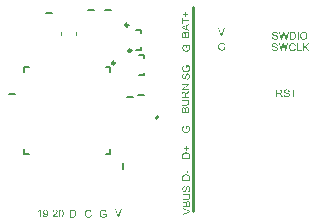
<source format=gto>
%FSLAX25Y25*%
%MOIN*%
G70*
G01*
G75*
G04 Layer_Color=65535*
%ADD10R,0.02008X0.01575*%
%ADD11R,0.05315X0.01575*%
%ADD12R,0.07480X0.03937*%
%ADD13R,0.03937X0.04331*%
%ADD14R,0.05709X0.06299*%
%ADD15R,0.06693X0.05906*%
%ADD16R,0.05906X0.06693*%
%ADD17R,0.06614X0.03150*%
%ADD18R,0.05512X0.05079*%
%ADD19R,0.05118X0.05079*%
%ADD20R,0.03543X0.02756*%
%ADD21R,0.02756X0.03543*%
%ADD22R,0.05906X0.05118*%
%ADD23R,0.02953X0.05512*%
%ADD24O,0.00787X0.02756*%
%ADD25O,0.02756X0.00787*%
%ADD26R,0.20276X0.20276*%
%ADD27C,0.04000*%
%ADD28C,0.00800*%
%ADD29C,0.03347*%
%ADD30C,0.06000*%
%ADD31R,0.06000X0.06000*%
G04:AMPARAMS|DCode=32|XSize=59.06mil|YSize=74.8mil|CornerRadius=14.76mil|HoleSize=0mil|Usage=FLASHONLY|Rotation=270.000|XOffset=0mil|YOffset=0mil|HoleType=Round|Shape=RoundedRectangle|*
%AMROUNDEDRECTD32*
21,1,0.05906,0.04528,0,0,270.0*
21,1,0.02953,0.07480,0,0,270.0*
1,1,0.02953,-0.02264,-0.01476*
1,1,0.02953,-0.02264,0.01476*
1,1,0.02953,0.02264,0.01476*
1,1,0.02953,0.02264,-0.01476*
%
%ADD32ROUNDEDRECTD32*%
%ADD33C,0.05709*%
%ADD34C,0.05906*%
%ADD35C,0.03937*%
%ADD36C,0.02400*%
%ADD37C,0.04000*%
%ADD38C,0.06756*%
G04:AMPARAMS|DCode=39|XSize=87.559mil|YSize=87.559mil|CornerRadius=0mil|HoleSize=0mil|Usage=FLASHONLY|Rotation=0.000|XOffset=0mil|YOffset=0mil|HoleType=Round|Shape=Relief|Width=10mil|Gap=10mil|Entries=4|*
%AMTHD39*
7,0,0,0.08756,0.06756,0.01000,45*
%
%ADD39THD39*%
%ADD40C,0.07000*%
%ADD41C,0.07543*%
G04:AMPARAMS|DCode=42|XSize=95.433mil|YSize=95.433mil|CornerRadius=0mil|HoleSize=0mil|Usage=FLASHONLY|Rotation=0.000|XOffset=0mil|YOffset=0mil|HoleType=Round|Shape=Relief|Width=10mil|Gap=10mil|Entries=4|*
%AMTHD42*
7,0,0,0.09543,0.07543,0.01000,45*
%
%ADD42THD42*%
%ADD43O,0.09118X0.07150*%
%ADD44C,0.07347*%
%ADD45C,0.06559*%
%ADD46C,0.05969*%
G04:AMPARAMS|DCode=47|XSize=79.685mil|YSize=79.685mil|CornerRadius=0mil|HoleSize=0mil|Usage=FLASHONLY|Rotation=0.000|XOffset=0mil|YOffset=0mil|HoleType=Round|Shape=Relief|Width=10mil|Gap=10mil|Entries=4|*
%AMTHD47*
7,0,0,0.07969,0.05969,0.01000,45*
%
%ADD47THD47*%
G04:AMPARAMS|DCode=48|XSize=90mil|YSize=90mil|CornerRadius=0mil|HoleSize=0mil|Usage=FLASHONLY|Rotation=0.000|XOffset=0mil|YOffset=0mil|HoleType=Round|Shape=Relief|Width=10mil|Gap=10mil|Entries=4|*
%AMTHD48*
7,0,0,0.09000,0.07000,0.01000,45*
%
%ADD48THD48*%
%ADD49C,0.05200*%
G04:AMPARAMS|DCode=50|XSize=72mil|YSize=72mil|CornerRadius=0mil|HoleSize=0mil|Usage=FLASHONLY|Rotation=0.000|XOffset=0mil|YOffset=0mil|HoleType=Round|Shape=Relief|Width=10mil|Gap=10mil|Entries=4|*
%AMTHD50*
7,0,0,0.07200,0.05200,0.01000,45*
%
%ADD50THD50*%
%ADD51R,0.04331X0.03937*%
%ADD52R,0.03150X0.03150*%
%ADD53R,0.03543X0.08858*%
%ADD54R,0.03543X0.11024*%
%ADD55R,0.02559X0.00787*%
%ADD56R,0.00787X0.02559*%
G04:AMPARAMS|DCode=57|XSize=9.84mil|YSize=29.53mil|CornerRadius=2.46mil|HoleSize=0mil|Usage=FLASHONLY|Rotation=90.000|XOffset=0mil|YOffset=0mil|HoleType=Round|Shape=RoundedRectangle|*
%AMROUNDEDRECTD57*
21,1,0.00984,0.02461,0,0,90.0*
21,1,0.00492,0.02953,0,0,90.0*
1,1,0.00492,0.01230,0.00246*
1,1,0.00492,0.01230,-0.00246*
1,1,0.00492,-0.01230,-0.00246*
1,1,0.00492,-0.01230,0.00246*
%
%ADD57ROUNDEDRECTD57*%
G04:AMPARAMS|DCode=58|XSize=9.84mil|YSize=23.62mil|CornerRadius=2.46mil|HoleSize=0mil|Usage=FLASHONLY|Rotation=90.000|XOffset=0mil|YOffset=0mil|HoleType=Round|Shape=RoundedRectangle|*
%AMROUNDEDRECTD58*
21,1,0.00984,0.01870,0,0,90.0*
21,1,0.00492,0.02362,0,0,90.0*
1,1,0.00492,0.00935,0.00246*
1,1,0.00492,0.00935,-0.00246*
1,1,0.00492,-0.00935,-0.00246*
1,1,0.00492,-0.00935,0.00246*
%
%ADD58ROUNDEDRECTD58*%
%ADD59R,0.05000X0.04000*%
%ADD60R,0.02559X0.04331*%
%ADD61R,0.05512X0.08661*%
%ADD62R,0.05512X0.03543*%
%ADD63R,0.04000X0.05000*%
%ADD64R,0.05906X0.05512*%
%ADD65R,0.04331X0.02559*%
%ADD66C,0.02000*%
%ADD67C,0.01000*%
%ADD68C,0.01500*%
%ADD69C,0.00984*%
%ADD70C,0.00787*%
%ADD71C,0.00394*%
G36*
X118479Y-44590D02*
X118510D01*
X118581Y-44594D01*
X118659Y-44602D01*
X118748Y-44617D01*
X118838Y-44633D01*
X118924Y-44656D01*
X118928D01*
X118936Y-44660D01*
X118947Y-44664D01*
X118963Y-44668D01*
X119002Y-44684D01*
X119056Y-44703D01*
X119115Y-44727D01*
X119177Y-44758D01*
X119240Y-44793D01*
X119298Y-44832D01*
X119306Y-44836D01*
X119322Y-44851D01*
X119349Y-44871D01*
X119384Y-44902D01*
X119419Y-44933D01*
X119458Y-44976D01*
X119497Y-45019D01*
X119532Y-45066D01*
X119536Y-45070D01*
X119544Y-45089D01*
X119560Y-45117D01*
X119579Y-45152D01*
X119599Y-45195D01*
X119618Y-45245D01*
X119638Y-45304D01*
X119657Y-45370D01*
Y-45378D01*
X119665Y-45401D01*
X119669Y-45436D01*
X119677Y-45487D01*
X119684Y-45546D01*
X119692Y-45616D01*
X119696Y-45694D01*
X119700Y-45780D01*
Y-46700D01*
X117138D01*
Y-45823D01*
Y-45819D01*
Y-45811D01*
Y-45795D01*
Y-45772D01*
Y-45748D01*
Y-45717D01*
X117142Y-45651D01*
X117146Y-45581D01*
X117153Y-45503D01*
X117165Y-45429D01*
X117177Y-45366D01*
Y-45362D01*
X117181Y-45355D01*
Y-45347D01*
X117188Y-45331D01*
X117200Y-45288D01*
X117220Y-45237D01*
X117243Y-45179D01*
X117274Y-45117D01*
X117313Y-45054D01*
X117360Y-44992D01*
Y-44988D01*
X117368Y-44984D01*
X117391Y-44957D01*
X117430Y-44922D01*
X117481Y-44879D01*
X117543Y-44828D01*
X117617Y-44777D01*
X117703Y-44730D01*
X117801Y-44688D01*
X117805D01*
X117812Y-44684D01*
X117828Y-44680D01*
X117848Y-44672D01*
X117871Y-44664D01*
X117902Y-44656D01*
X117937Y-44645D01*
X117976Y-44637D01*
X118019Y-44629D01*
X118066Y-44617D01*
X118167Y-44602D01*
X118280Y-44590D01*
X118405Y-44586D01*
X118456D01*
X118479Y-44590D01*
D02*
G37*
G36*
X118585Y-43206D02*
X119287D01*
Y-43502D01*
X118585D01*
Y-44200D01*
X118292D01*
Y-43502D01*
X117594D01*
Y-43206D01*
X118292D01*
Y-42507D01*
X118585D01*
Y-43206D01*
D02*
G37*
G36*
X118479Y-51890D02*
X118510D01*
X118581Y-51894D01*
X118659Y-51902D01*
X118748Y-51917D01*
X118838Y-51933D01*
X118924Y-51956D01*
X118928D01*
X118936Y-51960D01*
X118947Y-51964D01*
X118963Y-51968D01*
X119002Y-51984D01*
X119056Y-52003D01*
X119115Y-52027D01*
X119177Y-52058D01*
X119240Y-52093D01*
X119298Y-52132D01*
X119306Y-52136D01*
X119322Y-52151D01*
X119349Y-52171D01*
X119384Y-52202D01*
X119419Y-52233D01*
X119458Y-52276D01*
X119497Y-52319D01*
X119532Y-52366D01*
X119536Y-52370D01*
X119544Y-52389D01*
X119560Y-52417D01*
X119579Y-52452D01*
X119599Y-52495D01*
X119618Y-52545D01*
X119638Y-52604D01*
X119657Y-52670D01*
Y-52678D01*
X119665Y-52701D01*
X119669Y-52736D01*
X119677Y-52787D01*
X119684Y-52846D01*
X119692Y-52916D01*
X119696Y-52994D01*
X119700Y-53080D01*
Y-54000D01*
X117138D01*
Y-53123D01*
Y-53119D01*
Y-53111D01*
Y-53095D01*
Y-53072D01*
Y-53048D01*
Y-53017D01*
X117142Y-52951D01*
X117146Y-52881D01*
X117153Y-52803D01*
X117165Y-52729D01*
X117177Y-52666D01*
Y-52662D01*
X117181Y-52654D01*
Y-52647D01*
X117188Y-52631D01*
X117200Y-52588D01*
X117220Y-52538D01*
X117243Y-52479D01*
X117274Y-52417D01*
X117313Y-52354D01*
X117360Y-52292D01*
Y-52288D01*
X117368Y-52284D01*
X117391Y-52257D01*
X117430Y-52222D01*
X117481Y-52179D01*
X117543Y-52128D01*
X117617Y-52077D01*
X117703Y-52030D01*
X117801Y-51988D01*
X117805D01*
X117812Y-51984D01*
X117828Y-51980D01*
X117848Y-51972D01*
X117871Y-51964D01*
X117902Y-51956D01*
X117937Y-51945D01*
X117976Y-51937D01*
X118019Y-51929D01*
X118066Y-51917D01*
X118167Y-51902D01*
X118280Y-51890D01*
X118405Y-51886D01*
X118456D01*
X118479Y-51890D01*
D02*
G37*
G36*
X151959Y-7000D02*
X151628D01*
X151090Y-5050D01*
Y-5046D01*
X151086Y-5038D01*
X151082Y-5027D01*
X151078Y-5011D01*
X151066Y-4968D01*
X151055Y-4921D01*
X151039Y-4867D01*
X151027Y-4820D01*
X151016Y-4777D01*
X151012Y-4761D01*
X151008Y-4750D01*
Y-4758D01*
X151000Y-4777D01*
X150992Y-4812D01*
X150980Y-4851D01*
X150969Y-4902D01*
X150957Y-4949D01*
X150942Y-4999D01*
X150930Y-5050D01*
X150392Y-7000D01*
X150037D01*
X149366Y-4438D01*
X149713D01*
X150099Y-6123D01*
Y-6126D01*
X150103Y-6134D01*
X150107Y-6150D01*
X150111Y-6165D01*
X150115Y-6193D01*
X150122Y-6220D01*
X150138Y-6286D01*
X150154Y-6364D01*
X150173Y-6454D01*
X150189Y-6548D01*
X150208Y-6645D01*
Y-6641D01*
X150212Y-6626D01*
X150216Y-6606D01*
X150224Y-6579D01*
X150232Y-6548D01*
X150240Y-6513D01*
X150263Y-6431D01*
X150282Y-6349D01*
X150302Y-6271D01*
X150310Y-6239D01*
X150318Y-6208D01*
X150321Y-6185D01*
X150325Y-6169D01*
X150813Y-4438D01*
X151222D01*
X151589Y-5736D01*
Y-5740D01*
X151597Y-5760D01*
X151601Y-5783D01*
X151612Y-5818D01*
X151620Y-5861D01*
X151636Y-5912D01*
X151647Y-5970D01*
X151663Y-6033D01*
X151679Y-6099D01*
X151694Y-6169D01*
X151729Y-6325D01*
X151760Y-6485D01*
X151788Y-6645D01*
Y-6641D01*
X151792Y-6633D01*
Y-6622D01*
X151796Y-6602D01*
X151803Y-6579D01*
X151807Y-6551D01*
X151815Y-6520D01*
X151823Y-6485D01*
X151842Y-6403D01*
X151862Y-6306D01*
X151889Y-6200D01*
X151917Y-6087D01*
X152314Y-4438D01*
X152657D01*
X151959Y-7000D01*
D02*
G37*
G36*
X148169Y-4399D02*
X148196D01*
X148262Y-4406D01*
X148340Y-4418D01*
X148426Y-4434D01*
X148512Y-4457D01*
X148594Y-4488D01*
X148598D01*
X148601Y-4492D01*
X148613Y-4496D01*
X148629Y-4504D01*
X148668Y-4527D01*
X148719Y-4555D01*
X148773Y-4594D01*
X148828Y-4640D01*
X148882Y-4695D01*
X148929Y-4758D01*
X148933Y-4765D01*
X148949Y-4789D01*
X148968Y-4828D01*
X148988Y-4874D01*
X149011Y-4933D01*
X149034Y-5003D01*
X149050Y-5077D01*
X149058Y-5159D01*
X148734Y-5183D01*
Y-5179D01*
Y-5171D01*
X148730Y-5159D01*
X148726Y-5144D01*
X148719Y-5101D01*
X148703Y-5046D01*
X148679Y-4988D01*
X148648Y-4929D01*
X148605Y-4871D01*
X148555Y-4820D01*
X148547Y-4816D01*
X148527Y-4800D01*
X148492Y-4781D01*
X148445Y-4758D01*
X148383Y-4734D01*
X148305Y-4715D01*
X148215Y-4699D01*
X148110Y-4695D01*
X148059D01*
X148036Y-4699D01*
X148005D01*
X147939Y-4711D01*
X147864Y-4722D01*
X147790Y-4742D01*
X147720Y-4769D01*
X147689Y-4789D01*
X147662Y-4808D01*
X147658Y-4812D01*
X147642Y-4828D01*
X147619Y-4851D01*
X147595Y-4886D01*
X147568Y-4925D01*
X147548Y-4972D01*
X147533Y-5023D01*
X147525Y-5081D01*
Y-5089D01*
Y-5105D01*
X147529Y-5132D01*
X147537Y-5163D01*
X147548Y-5198D01*
X147568Y-5237D01*
X147591Y-5272D01*
X147623Y-5307D01*
X147626Y-5311D01*
X147646Y-5323D01*
X147658Y-5331D01*
X147673Y-5342D01*
X147697Y-5350D01*
X147724Y-5362D01*
X147755Y-5378D01*
X147790Y-5393D01*
X147829Y-5405D01*
X147876Y-5421D01*
X147931Y-5440D01*
X147989Y-5456D01*
X148056Y-5471D01*
X148130Y-5491D01*
X148134D01*
X148149Y-5495D01*
X148169Y-5499D01*
X148196Y-5506D01*
X148231Y-5514D01*
X148270Y-5526D01*
X148356Y-5545D01*
X148449Y-5573D01*
X148543Y-5600D01*
X148590Y-5612D01*
X148629Y-5627D01*
X148668Y-5643D01*
X148699Y-5655D01*
X148703D01*
X148711Y-5658D01*
X148719Y-5666D01*
X148734Y-5674D01*
X148773Y-5697D01*
X148824Y-5725D01*
X148878Y-5764D01*
X148933Y-5810D01*
X148984Y-5861D01*
X149027Y-5916D01*
X149030Y-5924D01*
X149042Y-5943D01*
X149062Y-5974D01*
X149081Y-6021D01*
X149101Y-6072D01*
X149120Y-6134D01*
X149132Y-6204D01*
X149136Y-6278D01*
Y-6282D01*
Y-6286D01*
Y-6298D01*
Y-6314D01*
X149128Y-6353D01*
X149120Y-6403D01*
X149109Y-6462D01*
X149085Y-6528D01*
X149058Y-6598D01*
X149019Y-6665D01*
X149015Y-6672D01*
X148995Y-6696D01*
X148972Y-6727D01*
X148933Y-6766D01*
X148886Y-6813D01*
X148828Y-6860D01*
X148758Y-6903D01*
X148679Y-6945D01*
X148676D01*
X148668Y-6949D01*
X148656Y-6953D01*
X148641Y-6961D01*
X148621Y-6969D01*
X148598Y-6977D01*
X148535Y-6992D01*
X148465Y-7012D01*
X148379Y-7027D01*
X148290Y-7039D01*
X148188Y-7043D01*
X148130D01*
X148102Y-7039D01*
X148067D01*
X148028Y-7035D01*
X147985Y-7031D01*
X147896Y-7019D01*
X147798Y-7000D01*
X147701Y-6977D01*
X147607Y-6945D01*
X147603D01*
X147595Y-6942D01*
X147584Y-6934D01*
X147568Y-6926D01*
X147525Y-6903D01*
X147474Y-6867D01*
X147412Y-6825D01*
X147353Y-6774D01*
X147291Y-6711D01*
X147237Y-6641D01*
Y-6637D01*
X147233Y-6633D01*
X147225Y-6622D01*
X147217Y-6606D01*
X147205Y-6587D01*
X147194Y-6563D01*
X147170Y-6505D01*
X147147Y-6438D01*
X147123Y-6357D01*
X147108Y-6271D01*
X147100Y-6177D01*
X147420Y-6150D01*
Y-6154D01*
Y-6158D01*
X147424Y-6181D01*
X147432Y-6216D01*
X147439Y-6263D01*
X147455Y-6314D01*
X147470Y-6368D01*
X147494Y-6419D01*
X147521Y-6470D01*
X147525Y-6474D01*
X147537Y-6489D01*
X147556Y-6513D01*
X147588Y-6540D01*
X147623Y-6571D01*
X147666Y-6606D01*
X147720Y-6637D01*
X147779Y-6668D01*
X147783D01*
X147786Y-6672D01*
X147810Y-6680D01*
X147845Y-6692D01*
X147896Y-6704D01*
X147950Y-6719D01*
X148020Y-6731D01*
X148094Y-6739D01*
X148172Y-6743D01*
X148204D01*
X148243Y-6739D01*
X148286Y-6735D01*
X148340Y-6731D01*
X148395Y-6719D01*
X148453Y-6707D01*
X148512Y-6688D01*
X148520Y-6684D01*
X148535Y-6676D01*
X148563Y-6665D01*
X148594Y-6645D01*
X148633Y-6622D01*
X148668Y-6594D01*
X148703Y-6563D01*
X148734Y-6528D01*
X148738Y-6524D01*
X148746Y-6509D01*
X148758Y-6489D01*
X148773Y-6462D01*
X148785Y-6431D01*
X148796Y-6392D01*
X148804Y-6353D01*
X148808Y-6310D01*
Y-6306D01*
Y-6290D01*
X148804Y-6267D01*
X148800Y-6239D01*
X148793Y-6204D01*
X148777Y-6169D01*
X148761Y-6134D01*
X148738Y-6099D01*
X148734Y-6095D01*
X148726Y-6084D01*
X148707Y-6068D01*
X148683Y-6044D01*
X148652Y-6021D01*
X148613Y-5998D01*
X148563Y-5970D01*
X148508Y-5947D01*
X148504Y-5943D01*
X148488Y-5939D01*
X148457Y-5931D01*
X148438Y-5924D01*
X148414Y-5916D01*
X148383Y-5908D01*
X148352Y-5900D01*
X148313Y-5889D01*
X148274Y-5877D01*
X148227Y-5865D01*
X148172Y-5853D01*
X148114Y-5838D01*
X148052Y-5822D01*
X148048D01*
X148036Y-5818D01*
X148017Y-5814D01*
X147993Y-5807D01*
X147966Y-5799D01*
X147935Y-5791D01*
X147861Y-5771D01*
X147779Y-5744D01*
X147697Y-5717D01*
X147623Y-5690D01*
X147588Y-5678D01*
X147560Y-5662D01*
X147556D01*
X147552Y-5658D01*
X147529Y-5643D01*
X147498Y-5623D01*
X147459Y-5596D01*
X147412Y-5561D01*
X147369Y-5522D01*
X147326Y-5475D01*
X147287Y-5424D01*
X147283Y-5417D01*
X147272Y-5397D01*
X147260Y-5370D01*
X147244Y-5331D01*
X147225Y-5284D01*
X147213Y-5229D01*
X147201Y-5167D01*
X147197Y-5105D01*
Y-5101D01*
Y-5097D01*
Y-5085D01*
Y-5069D01*
X147205Y-5034D01*
X147213Y-4988D01*
X147225Y-4929D01*
X147244Y-4871D01*
X147272Y-4804D01*
X147307Y-4742D01*
Y-4738D01*
X147311Y-4734D01*
X147326Y-4715D01*
X147353Y-4683D01*
X147389Y-4644D01*
X147432Y-4605D01*
X147486Y-4563D01*
X147552Y-4520D01*
X147626Y-4484D01*
X147630D01*
X147634Y-4481D01*
X147646Y-4477D01*
X147666Y-4469D01*
X147685Y-4465D01*
X147708Y-4457D01*
X147763Y-4438D01*
X147833Y-4422D01*
X147911Y-4410D01*
X148001Y-4399D01*
X148094Y-4395D01*
X148141D01*
X148169Y-4399D01*
D02*
G37*
G36*
X119349Y-35737D02*
X119353Y-35744D01*
X119365Y-35756D01*
X119376Y-35776D01*
X119396Y-35799D01*
X119411Y-35826D01*
X119458Y-35893D01*
X119505Y-35971D01*
X119556Y-36056D01*
X119603Y-36154D01*
X119645Y-36251D01*
Y-36255D01*
X119649Y-36263D01*
X119653Y-36279D01*
X119661Y-36298D01*
X119669Y-36322D01*
X119677Y-36349D01*
X119684Y-36384D01*
X119692Y-36419D01*
X119712Y-36501D01*
X119727Y-36591D01*
X119739Y-36692D01*
X119743Y-36794D01*
Y-36797D01*
Y-36809D01*
Y-36829D01*
X119739Y-36856D01*
Y-36891D01*
X119735Y-36930D01*
X119731Y-36973D01*
X119723Y-37020D01*
X119704Y-37129D01*
X119677Y-37242D01*
X119638Y-37363D01*
X119583Y-37480D01*
X119579Y-37484D01*
X119575Y-37492D01*
X119567Y-37511D01*
X119552Y-37531D01*
X119536Y-37558D01*
X119517Y-37585D01*
X119466Y-37652D01*
X119400Y-37729D01*
X119318Y-37804D01*
X119224Y-37878D01*
X119119Y-37944D01*
X119115D01*
X119103Y-37952D01*
X119088Y-37960D01*
X119064Y-37967D01*
X119037Y-37979D01*
X119002Y-37995D01*
X118963Y-38006D01*
X118916Y-38022D01*
X118869Y-38038D01*
X118815Y-38049D01*
X118698Y-38077D01*
X118569Y-38092D01*
X118432Y-38100D01*
X118397D01*
X118370Y-38096D01*
X118335D01*
X118296Y-38092D01*
X118253Y-38088D01*
X118206Y-38080D01*
X118097Y-38061D01*
X117980Y-38034D01*
X117855Y-37995D01*
X117734Y-37944D01*
X117730D01*
X117719Y-37936D01*
X117703Y-37928D01*
X117680Y-37917D01*
X117652Y-37897D01*
X117625Y-37878D01*
X117551Y-37831D01*
X117473Y-37765D01*
X117395Y-37690D01*
X117321Y-37597D01*
X117286Y-37550D01*
X117255Y-37495D01*
Y-37492D01*
X117247Y-37484D01*
X117239Y-37464D01*
X117231Y-37445D01*
X117216Y-37418D01*
X117204Y-37382D01*
X117188Y-37343D01*
X117173Y-37301D01*
X117161Y-37254D01*
X117146Y-37203D01*
X117118Y-37086D01*
X117103Y-36961D01*
X117095Y-36821D01*
Y-36817D01*
Y-36809D01*
Y-36794D01*
Y-36774D01*
X117099Y-36751D01*
Y-36719D01*
X117106Y-36653D01*
X117118Y-36579D01*
X117134Y-36493D01*
X117157Y-36407D01*
X117188Y-36322D01*
Y-36318D01*
X117192Y-36310D01*
X117196Y-36298D01*
X117204Y-36283D01*
X117224Y-36244D01*
X117255Y-36193D01*
X117290Y-36134D01*
X117333Y-36076D01*
X117379Y-36017D01*
X117438Y-35967D01*
X117446Y-35963D01*
X117465Y-35947D01*
X117500Y-35924D01*
X117551Y-35893D01*
X117610Y-35861D01*
X117680Y-35830D01*
X117762Y-35799D01*
X117855Y-35772D01*
X117941Y-36080D01*
X117937D01*
X117933Y-36084D01*
X117910Y-36088D01*
X117875Y-36103D01*
X117828Y-36119D01*
X117781Y-36138D01*
X117730Y-36162D01*
X117680Y-36189D01*
X117633Y-36220D01*
X117629Y-36224D01*
X117613Y-36236D01*
X117594Y-36255D01*
X117567Y-36283D01*
X117539Y-36318D01*
X117508Y-36361D01*
X117481Y-36407D01*
X117454Y-36466D01*
X117450Y-36474D01*
X117442Y-36493D01*
X117430Y-36528D01*
X117419Y-36571D01*
X117407Y-36622D01*
X117395Y-36680D01*
X117387Y-36747D01*
X117383Y-36817D01*
Y-36821D01*
Y-36829D01*
Y-36840D01*
Y-36856D01*
X117387Y-36899D01*
X117391Y-36953D01*
X117403Y-37016D01*
X117415Y-37086D01*
X117434Y-37152D01*
X117457Y-37219D01*
X117461Y-37226D01*
X117469Y-37246D01*
X117485Y-37277D01*
X117508Y-37316D01*
X117535Y-37359D01*
X117567Y-37406D01*
X117602Y-37449D01*
X117645Y-37492D01*
X117649Y-37495D01*
X117664Y-37507D01*
X117688Y-37527D01*
X117719Y-37550D01*
X117758Y-37577D01*
X117801Y-37605D01*
X117848Y-37628D01*
X117898Y-37652D01*
X117902D01*
X117910Y-37655D01*
X117922Y-37659D01*
X117941Y-37667D01*
X117961Y-37675D01*
X117988Y-37683D01*
X118050Y-37698D01*
X118128Y-37718D01*
X118214Y-37733D01*
X118312Y-37745D01*
X118413Y-37749D01*
X118444D01*
X118472Y-37745D01*
X118499D01*
X118534Y-37741D01*
X118573Y-37737D01*
X118612Y-37733D01*
X118705Y-37722D01*
X118803Y-37698D01*
X118897Y-37671D01*
X118990Y-37632D01*
X118994D01*
X119002Y-37628D01*
X119014Y-37620D01*
X119029Y-37609D01*
X119068Y-37581D01*
X119119Y-37546D01*
X119174Y-37499D01*
X119232Y-37441D01*
X119287Y-37371D01*
X119333Y-37293D01*
Y-37289D01*
X119337Y-37281D01*
X119345Y-37269D01*
X119349Y-37254D01*
X119357Y-37234D01*
X119369Y-37207D01*
X119388Y-37148D01*
X119407Y-37074D01*
X119427Y-36996D01*
X119439Y-36907D01*
X119443Y-36813D01*
Y-36809D01*
Y-36801D01*
Y-36790D01*
Y-36774D01*
X119439Y-36731D01*
X119431Y-36676D01*
X119423Y-36614D01*
X119407Y-36540D01*
X119388Y-36462D01*
X119361Y-36384D01*
Y-36380D01*
X119357Y-36376D01*
X119353Y-36364D01*
X119345Y-36349D01*
X119330Y-36310D01*
X119306Y-36263D01*
X119279Y-36212D01*
X119248Y-36162D01*
X119212Y-36111D01*
X119177Y-36064D01*
X118694D01*
Y-36817D01*
X118394D01*
Y-35733D01*
X119345D01*
X119349Y-35737D01*
D02*
G37*
G36*
X118817Y-58353D02*
X118852D01*
X118895Y-58357D01*
X118942Y-58360D01*
X119039Y-58372D01*
X119141Y-58388D01*
X119242Y-58407D01*
X119332Y-58438D01*
X119336D01*
X119344Y-58442D01*
X119355Y-58446D01*
X119371Y-58454D01*
X119410Y-58477D01*
X119465Y-58509D01*
X119523Y-58552D01*
X119586Y-58606D01*
X119644Y-58676D01*
X119702Y-58754D01*
Y-58758D01*
X119710Y-58766D01*
X119714Y-58778D01*
X119726Y-58797D01*
X119734Y-58817D01*
X119745Y-58844D01*
X119761Y-58879D01*
X119773Y-58914D01*
X119784Y-58953D01*
X119800Y-59000D01*
X119812Y-59047D01*
X119819Y-59101D01*
X119835Y-59219D01*
X119843Y-59351D01*
Y-59355D01*
Y-59367D01*
Y-59386D01*
X119839Y-59410D01*
Y-59441D01*
X119835Y-59476D01*
X119831Y-59515D01*
X119827Y-59558D01*
X119812Y-59651D01*
X119792Y-59749D01*
X119761Y-59850D01*
X119722Y-59940D01*
Y-59944D01*
X119714Y-59952D01*
X119710Y-59960D01*
X119699Y-59975D01*
X119671Y-60018D01*
X119628Y-60065D01*
X119578Y-60119D01*
X119519Y-60170D01*
X119445Y-60221D01*
X119363Y-60264D01*
X119359D01*
X119351Y-60268D01*
X119340Y-60272D01*
X119320Y-60279D01*
X119297Y-60287D01*
X119266Y-60295D01*
X119231Y-60303D01*
X119192Y-60311D01*
X119149Y-60322D01*
X119102Y-60330D01*
X119047Y-60338D01*
X118993Y-60346D01*
X118930Y-60353D01*
X118864Y-60357D01*
X118794Y-60361D01*
X117238D01*
Y-60022D01*
X118802D01*
X118833Y-60018D01*
X118907Y-60014D01*
X118985Y-60006D01*
X119067Y-59999D01*
X119145Y-59983D01*
X119180Y-59975D01*
X119211Y-59963D01*
X119219Y-59960D01*
X119238Y-59952D01*
X119266Y-59936D01*
X119301Y-59913D01*
X119340Y-59885D01*
X119383Y-59846D01*
X119422Y-59803D01*
X119457Y-59749D01*
X119461Y-59741D01*
X119468Y-59722D01*
X119484Y-59690D01*
X119496Y-59648D01*
X119511Y-59593D01*
X119527Y-59531D01*
X119535Y-59460D01*
X119539Y-59382D01*
Y-59378D01*
Y-59367D01*
Y-59347D01*
X119535Y-59320D01*
Y-59289D01*
X119531Y-59254D01*
X119519Y-59176D01*
X119496Y-59086D01*
X119468Y-59000D01*
X119426Y-58918D01*
X119402Y-58879D01*
X119371Y-58848D01*
X119367D01*
X119363Y-58840D01*
X119351Y-58832D01*
X119336Y-58825D01*
X119316Y-58809D01*
X119293Y-58797D01*
X119262Y-58782D01*
X119227Y-58766D01*
X119184Y-58754D01*
X119137Y-58739D01*
X119086Y-58723D01*
X119024Y-58711D01*
X118958Y-58704D01*
X118887Y-58696D01*
X118806Y-58688D01*
X117238D01*
Y-58349D01*
X118782D01*
X118817Y-58353D01*
D02*
G37*
G36*
X119153Y-55868D02*
X119203Y-55876D01*
X119262Y-55888D01*
X119328Y-55911D01*
X119398Y-55939D01*
X119465Y-55978D01*
X119472Y-55981D01*
X119496Y-56001D01*
X119527Y-56024D01*
X119566Y-56063D01*
X119613Y-56110D01*
X119660Y-56169D01*
X119702Y-56239D01*
X119745Y-56317D01*
Y-56321D01*
X119749Y-56329D01*
X119753Y-56340D01*
X119761Y-56356D01*
X119769Y-56375D01*
X119777Y-56399D01*
X119792Y-56461D01*
X119812Y-56531D01*
X119827Y-56617D01*
X119839Y-56707D01*
X119843Y-56808D01*
Y-56812D01*
Y-56824D01*
Y-56843D01*
Y-56867D01*
X119839Y-56894D01*
Y-56929D01*
X119835Y-56968D01*
X119831Y-57011D01*
X119819Y-57101D01*
X119800Y-57198D01*
X119777Y-57296D01*
X119745Y-57389D01*
Y-57393D01*
X119741Y-57401D01*
X119734Y-57413D01*
X119726Y-57428D01*
X119702Y-57471D01*
X119667Y-57522D01*
X119624Y-57584D01*
X119574Y-57643D01*
X119511Y-57705D01*
X119441Y-57760D01*
X119437D01*
X119433Y-57764D01*
X119422Y-57772D01*
X119406Y-57779D01*
X119387Y-57791D01*
X119363Y-57803D01*
X119305Y-57826D01*
X119238Y-57850D01*
X119157Y-57873D01*
X119071Y-57889D01*
X118977Y-57896D01*
X118950Y-57577D01*
X118958D01*
X118981Y-57573D01*
X119016Y-57565D01*
X119063Y-57557D01*
X119114Y-57542D01*
X119168Y-57526D01*
X119219Y-57503D01*
X119270Y-57475D01*
X119273Y-57471D01*
X119289Y-57460D01*
X119313Y-57440D01*
X119340Y-57409D01*
X119371Y-57374D01*
X119406Y-57331D01*
X119437Y-57276D01*
X119468Y-57218D01*
Y-57214D01*
X119472Y-57210D01*
X119480Y-57187D01*
X119492Y-57152D01*
X119504Y-57101D01*
X119519Y-57046D01*
X119531Y-56976D01*
X119539Y-56902D01*
X119543Y-56824D01*
Y-56820D01*
Y-56816D01*
Y-56793D01*
X119539Y-56754D01*
X119535Y-56711D01*
X119531Y-56656D01*
X119519Y-56602D01*
X119508Y-56543D01*
X119488Y-56485D01*
X119484Y-56477D01*
X119476Y-56461D01*
X119465Y-56434D01*
X119445Y-56403D01*
X119422Y-56364D01*
X119394Y-56329D01*
X119363Y-56293D01*
X119328Y-56262D01*
X119324Y-56258D01*
X119309Y-56251D01*
X119289Y-56239D01*
X119262Y-56223D01*
X119231Y-56212D01*
X119192Y-56200D01*
X119153Y-56192D01*
X119110Y-56188D01*
X119090D01*
X119067Y-56192D01*
X119039Y-56196D01*
X119004Y-56204D01*
X118969Y-56219D01*
X118934Y-56235D01*
X118899Y-56258D01*
X118895Y-56262D01*
X118884Y-56270D01*
X118868Y-56290D01*
X118844Y-56313D01*
X118821Y-56344D01*
X118798Y-56383D01*
X118770Y-56434D01*
X118747Y-56489D01*
X118743Y-56492D01*
X118739Y-56508D01*
X118731Y-56539D01*
X118724Y-56559D01*
X118716Y-56582D01*
X118708Y-56613D01*
X118700Y-56644D01*
X118688Y-56683D01*
X118677Y-56722D01*
X118665Y-56769D01*
X118653Y-56824D01*
X118638Y-56882D01*
X118622Y-56945D01*
Y-56949D01*
X118618Y-56960D01*
X118614Y-56980D01*
X118607Y-57003D01*
X118599Y-57031D01*
X118591Y-57062D01*
X118571Y-57136D01*
X118544Y-57218D01*
X118517Y-57300D01*
X118490Y-57374D01*
X118478Y-57409D01*
X118462Y-57436D01*
Y-57440D01*
X118458Y-57444D01*
X118443Y-57467D01*
X118423Y-57499D01*
X118396Y-57538D01*
X118361Y-57584D01*
X118322Y-57627D01*
X118275Y-57670D01*
X118224Y-57709D01*
X118217Y-57713D01*
X118197Y-57725D01*
X118170Y-57736D01*
X118131Y-57752D01*
X118084Y-57772D01*
X118029Y-57783D01*
X117967Y-57795D01*
X117905Y-57799D01*
X117869D01*
X117834Y-57791D01*
X117788Y-57783D01*
X117729Y-57772D01*
X117671Y-57752D01*
X117604Y-57725D01*
X117542Y-57690D01*
X117538D01*
X117534Y-57686D01*
X117515Y-57670D01*
X117483Y-57643D01*
X117444Y-57608D01*
X117405Y-57565D01*
X117362Y-57510D01*
X117320Y-57444D01*
X117285Y-57370D01*
Y-57366D01*
X117281Y-57362D01*
X117277Y-57350D01*
X117269Y-57331D01*
X117265Y-57311D01*
X117257Y-57288D01*
X117238Y-57233D01*
X117222Y-57163D01*
X117210Y-57085D01*
X117199Y-56995D01*
X117195Y-56902D01*
Y-56898D01*
Y-56890D01*
Y-56875D01*
Y-56855D01*
X117199Y-56828D01*
Y-56801D01*
X117207Y-56734D01*
X117218Y-56656D01*
X117234Y-56570D01*
X117257Y-56485D01*
X117288Y-56403D01*
Y-56399D01*
X117292Y-56395D01*
X117296Y-56383D01*
X117304Y-56368D01*
X117327Y-56329D01*
X117355Y-56278D01*
X117394Y-56223D01*
X117440Y-56169D01*
X117495Y-56114D01*
X117558Y-56067D01*
X117565Y-56063D01*
X117589Y-56048D01*
X117628Y-56028D01*
X117675Y-56009D01*
X117733Y-55985D01*
X117803Y-55962D01*
X117877Y-55946D01*
X117959Y-55939D01*
X117983Y-56262D01*
X117971D01*
X117959Y-56266D01*
X117944Y-56270D01*
X117901Y-56278D01*
X117846Y-56293D01*
X117788Y-56317D01*
X117729Y-56348D01*
X117671Y-56391D01*
X117620Y-56442D01*
X117616Y-56450D01*
X117600Y-56469D01*
X117581Y-56504D01*
X117558Y-56551D01*
X117534Y-56613D01*
X117515Y-56691D01*
X117499Y-56781D01*
X117495Y-56886D01*
Y-56890D01*
Y-56898D01*
Y-56914D01*
Y-56937D01*
X117499Y-56960D01*
Y-56992D01*
X117511Y-57058D01*
X117522Y-57132D01*
X117542Y-57206D01*
X117569Y-57276D01*
X117589Y-57307D01*
X117608Y-57335D01*
X117612Y-57339D01*
X117628Y-57354D01*
X117651Y-57378D01*
X117686Y-57401D01*
X117725Y-57428D01*
X117772Y-57448D01*
X117823Y-57464D01*
X117881Y-57471D01*
X117905D01*
X117932Y-57467D01*
X117963Y-57460D01*
X117998Y-57448D01*
X118037Y-57428D01*
X118072Y-57405D01*
X118107Y-57374D01*
X118111Y-57370D01*
X118123Y-57350D01*
X118131Y-57339D01*
X118142Y-57323D01*
X118150Y-57300D01*
X118162Y-57272D01*
X118178Y-57241D01*
X118193Y-57206D01*
X118205Y-57167D01*
X118220Y-57120D01*
X118240Y-57066D01*
X118256Y-57007D01*
X118271Y-56941D01*
X118291Y-56867D01*
Y-56863D01*
X118295Y-56847D01*
X118298Y-56828D01*
X118306Y-56801D01*
X118314Y-56765D01*
X118326Y-56726D01*
X118345Y-56641D01*
X118373Y-56547D01*
X118400Y-56453D01*
X118412Y-56407D01*
X118427Y-56368D01*
X118443Y-56329D01*
X118455Y-56297D01*
Y-56293D01*
X118458Y-56286D01*
X118466Y-56278D01*
X118474Y-56262D01*
X118497Y-56223D01*
X118525Y-56173D01*
X118564Y-56118D01*
X118611Y-56063D01*
X118661Y-56013D01*
X118716Y-55970D01*
X118724Y-55966D01*
X118743Y-55954D01*
X118774Y-55935D01*
X118821Y-55915D01*
X118872Y-55896D01*
X118934Y-55876D01*
X119004Y-55865D01*
X119079Y-55861D01*
X119114D01*
X119153Y-55868D01*
D02*
G37*
G36*
X119449Y-8637D02*
X119453Y-8644D01*
X119465Y-8656D01*
X119476Y-8676D01*
X119496Y-8699D01*
X119511Y-8726D01*
X119558Y-8793D01*
X119605Y-8871D01*
X119656Y-8956D01*
X119702Y-9054D01*
X119745Y-9151D01*
Y-9155D01*
X119749Y-9163D01*
X119753Y-9179D01*
X119761Y-9198D01*
X119769Y-9222D01*
X119777Y-9249D01*
X119784Y-9284D01*
X119792Y-9319D01*
X119812Y-9401D01*
X119827Y-9491D01*
X119839Y-9592D01*
X119843Y-9693D01*
Y-9697D01*
Y-9709D01*
Y-9729D01*
X119839Y-9756D01*
Y-9791D01*
X119835Y-9830D01*
X119831Y-9873D01*
X119823Y-9920D01*
X119804Y-10029D01*
X119777Y-10142D01*
X119738Y-10263D01*
X119683Y-10380D01*
X119679Y-10384D01*
X119675Y-10392D01*
X119667Y-10411D01*
X119652Y-10431D01*
X119636Y-10458D01*
X119617Y-10485D01*
X119566Y-10552D01*
X119500Y-10629D01*
X119418Y-10704D01*
X119324Y-10778D01*
X119219Y-10844D01*
X119215D01*
X119203Y-10852D01*
X119188Y-10860D01*
X119164Y-10867D01*
X119137Y-10879D01*
X119102Y-10895D01*
X119063Y-10906D01*
X119016Y-10922D01*
X118969Y-10938D01*
X118915Y-10949D01*
X118798Y-10977D01*
X118669Y-10992D01*
X118533Y-11000D01*
X118497D01*
X118470Y-10996D01*
X118435D01*
X118396Y-10992D01*
X118353Y-10988D01*
X118306Y-10981D01*
X118197Y-10961D01*
X118080Y-10934D01*
X117955Y-10895D01*
X117834Y-10844D01*
X117831D01*
X117819Y-10836D01*
X117803Y-10828D01*
X117780Y-10817D01*
X117753Y-10797D01*
X117725Y-10778D01*
X117651Y-10731D01*
X117573Y-10665D01*
X117495Y-10590D01*
X117421Y-10497D01*
X117386Y-10450D01*
X117355Y-10396D01*
Y-10392D01*
X117347Y-10384D01*
X117339Y-10364D01*
X117331Y-10345D01*
X117316Y-10317D01*
X117304Y-10282D01*
X117288Y-10243D01*
X117273Y-10200D01*
X117261Y-10154D01*
X117245Y-10103D01*
X117218Y-9986D01*
X117203Y-9861D01*
X117195Y-9721D01*
Y-9717D01*
Y-9709D01*
Y-9693D01*
Y-9674D01*
X117199Y-9651D01*
Y-9619D01*
X117207Y-9553D01*
X117218Y-9479D01*
X117234Y-9393D01*
X117257Y-9307D01*
X117288Y-9222D01*
Y-9218D01*
X117292Y-9210D01*
X117296Y-9198D01*
X117304Y-9183D01*
X117324Y-9144D01*
X117355Y-9093D01*
X117390Y-9034D01*
X117433Y-8976D01*
X117480Y-8917D01*
X117538Y-8867D01*
X117546Y-8863D01*
X117565Y-8847D01*
X117600Y-8824D01*
X117651Y-8793D01*
X117710Y-8761D01*
X117780Y-8730D01*
X117862Y-8699D01*
X117955Y-8672D01*
X118041Y-8980D01*
X118037D01*
X118033Y-8984D01*
X118010Y-8988D01*
X117975Y-9003D01*
X117928Y-9019D01*
X117881Y-9038D01*
X117831Y-9062D01*
X117780Y-9089D01*
X117733Y-9120D01*
X117729Y-9124D01*
X117713Y-9136D01*
X117694Y-9155D01*
X117667Y-9183D01*
X117639Y-9218D01*
X117608Y-9261D01*
X117581Y-9307D01*
X117554Y-9366D01*
X117550Y-9374D01*
X117542Y-9393D01*
X117530Y-9428D01*
X117518Y-9471D01*
X117507Y-9522D01*
X117495Y-9580D01*
X117487Y-9647D01*
X117483Y-9717D01*
Y-9721D01*
Y-9729D01*
Y-9740D01*
Y-9756D01*
X117487Y-9799D01*
X117491Y-9853D01*
X117503Y-9916D01*
X117515Y-9986D01*
X117534Y-10052D01*
X117558Y-10119D01*
X117561Y-10126D01*
X117569Y-10146D01*
X117585Y-10177D01*
X117608Y-10216D01*
X117636Y-10259D01*
X117667Y-10306D01*
X117702Y-10349D01*
X117745Y-10392D01*
X117749Y-10396D01*
X117764Y-10407D01*
X117788Y-10427D01*
X117819Y-10450D01*
X117858Y-10477D01*
X117901Y-10505D01*
X117947Y-10528D01*
X117998Y-10552D01*
X118002D01*
X118010Y-10555D01*
X118022Y-10559D01*
X118041Y-10567D01*
X118061Y-10575D01*
X118088Y-10583D01*
X118150Y-10598D01*
X118228Y-10618D01*
X118314Y-10633D01*
X118412Y-10645D01*
X118513Y-10649D01*
X118544D01*
X118571Y-10645D01*
X118599D01*
X118634Y-10641D01*
X118673Y-10637D01*
X118712Y-10633D01*
X118806Y-10622D01*
X118903Y-10598D01*
X118997Y-10571D01*
X119090Y-10532D01*
X119094D01*
X119102Y-10528D01*
X119114Y-10520D01*
X119129Y-10509D01*
X119168Y-10481D01*
X119219Y-10446D01*
X119273Y-10399D01*
X119332Y-10341D01*
X119387Y-10271D01*
X119433Y-10193D01*
Y-10189D01*
X119437Y-10181D01*
X119445Y-10169D01*
X119449Y-10154D01*
X119457Y-10134D01*
X119468Y-10107D01*
X119488Y-10048D01*
X119508Y-9974D01*
X119527Y-9896D01*
X119539Y-9807D01*
X119543Y-9713D01*
Y-9709D01*
Y-9701D01*
Y-9690D01*
Y-9674D01*
X119539Y-9631D01*
X119531Y-9577D01*
X119523Y-9514D01*
X119508Y-9440D01*
X119488Y-9362D01*
X119461Y-9284D01*
Y-9280D01*
X119457Y-9276D01*
X119453Y-9264D01*
X119445Y-9249D01*
X119430Y-9210D01*
X119406Y-9163D01*
X119379Y-9112D01*
X119348Y-9062D01*
X119313Y-9011D01*
X119277Y-8964D01*
X118794D01*
Y-9717D01*
X118493D01*
Y-8633D01*
X119445D01*
X119449Y-8637D01*
D02*
G37*
G36*
X118932Y-51582D02*
X118616D01*
Y-50619D01*
X118932D01*
Y-51582D01*
D02*
G37*
G36*
X119800Y-64062D02*
Y-64409D01*
X117238Y-65404D01*
Y-65033D01*
X119098Y-64370D01*
X119102D01*
X119110Y-64367D01*
X119121Y-64363D01*
X119137Y-64355D01*
X119180Y-64343D01*
X119235Y-64324D01*
X119301Y-64300D01*
X119371Y-64277D01*
X119519Y-64234D01*
X119515D01*
X119511Y-64230D01*
X119500Y-64226D01*
X119484Y-64222D01*
X119441Y-64210D01*
X119387Y-64195D01*
X119324Y-64175D01*
X119254Y-64152D01*
X119176Y-64125D01*
X119098Y-64097D01*
X117238Y-63403D01*
Y-63060D01*
X119800Y-64062D01*
D02*
G37*
G36*
X119125Y-60837D02*
X119168Y-60841D01*
X119219Y-60853D01*
X119277Y-60864D01*
X119336Y-60884D01*
X119394Y-60911D01*
X119402Y-60915D01*
X119422Y-60923D01*
X119449Y-60942D01*
X119484Y-60962D01*
X119523Y-60989D01*
X119562Y-61020D01*
X119601Y-61059D01*
X119636Y-61098D01*
X119640Y-61102D01*
X119648Y-61118D01*
X119664Y-61141D01*
X119683Y-61176D01*
X119702Y-61215D01*
X119722Y-61266D01*
X119741Y-61321D01*
X119761Y-61379D01*
Y-61387D01*
X119769Y-61410D01*
X119773Y-61445D01*
X119781Y-61492D01*
X119788Y-61555D01*
X119792Y-61625D01*
X119800Y-61703D01*
Y-61792D01*
Y-62767D01*
X117238D01*
Y-61808D01*
Y-61804D01*
Y-61796D01*
Y-61781D01*
Y-61761D01*
X117242Y-61734D01*
Y-61707D01*
X117245Y-61640D01*
X117257Y-61566D01*
X117269Y-61488D01*
X117288Y-61410D01*
X117316Y-61340D01*
Y-61336D01*
X117320Y-61332D01*
X117331Y-61309D01*
X117351Y-61278D01*
X117374Y-61239D01*
X117409Y-61192D01*
X117452Y-61145D01*
X117499Y-61102D01*
X117558Y-61059D01*
X117565Y-61055D01*
X117585Y-61044D01*
X117620Y-61028D01*
X117663Y-61009D01*
X117713Y-60989D01*
X117768Y-60974D01*
X117831Y-60962D01*
X117897Y-60958D01*
X117924D01*
X117955Y-60962D01*
X117998Y-60970D01*
X118045Y-60981D01*
X118096Y-60997D01*
X118154Y-61016D01*
X118209Y-61048D01*
X118217Y-61051D01*
X118232Y-61063D01*
X118260Y-61087D01*
X118291Y-61114D01*
X118330Y-61153D01*
X118365Y-61200D01*
X118404Y-61254D01*
X118439Y-61321D01*
Y-61317D01*
X118443Y-61309D01*
X118447Y-61297D01*
X118451Y-61282D01*
X118470Y-61239D01*
X118493Y-61188D01*
X118529Y-61129D01*
X118568Y-61071D01*
X118614Y-61013D01*
X118673Y-60962D01*
X118681Y-60958D01*
X118700Y-60942D01*
X118735Y-60923D01*
X118782Y-60896D01*
X118841Y-60872D01*
X118903Y-60853D01*
X118977Y-60837D01*
X119059Y-60833D01*
X119090D01*
X119125Y-60837D01*
D02*
G37*
G36*
X155957Y-7000D02*
X155618D01*
Y-4438D01*
X155957D01*
Y-7000D01*
D02*
G37*
G36*
X155298Y-23938D02*
X154455D01*
Y-26200D01*
X154116D01*
Y-23938D01*
X153274D01*
Y-23638D01*
X155298D01*
Y-23938D01*
D02*
G37*
G36*
X152033Y-23599D02*
X152061D01*
X152127Y-23607D01*
X152205Y-23618D01*
X152291Y-23634D01*
X152377Y-23657D01*
X152459Y-23688D01*
X152462D01*
X152466Y-23692D01*
X152478Y-23696D01*
X152494Y-23704D01*
X152533Y-23727D01*
X152583Y-23755D01*
X152638Y-23794D01*
X152692Y-23841D01*
X152747Y-23895D01*
X152794Y-23957D01*
X152798Y-23965D01*
X152813Y-23989D01*
X152833Y-24028D01*
X152852Y-24074D01*
X152876Y-24133D01*
X152899Y-24203D01*
X152915Y-24277D01*
X152923Y-24359D01*
X152599Y-24383D01*
Y-24379D01*
Y-24371D01*
X152595Y-24359D01*
X152591Y-24344D01*
X152583Y-24301D01*
X152568Y-24246D01*
X152544Y-24188D01*
X152513Y-24129D01*
X152470Y-24071D01*
X152419Y-24020D01*
X152412Y-24016D01*
X152392Y-24000D01*
X152357Y-23981D01*
X152310Y-23957D01*
X152248Y-23934D01*
X152170Y-23915D01*
X152080Y-23899D01*
X151975Y-23895D01*
X151924D01*
X151901Y-23899D01*
X151870D01*
X151803Y-23911D01*
X151729Y-23922D01*
X151655Y-23942D01*
X151585Y-23969D01*
X151554Y-23989D01*
X151526Y-24008D01*
X151523Y-24012D01*
X151507Y-24028D01*
X151484Y-24051D01*
X151460Y-24086D01*
X151433Y-24125D01*
X151413Y-24172D01*
X151398Y-24223D01*
X151390Y-24281D01*
Y-24289D01*
Y-24305D01*
X151394Y-24332D01*
X151402Y-24363D01*
X151413Y-24398D01*
X151433Y-24437D01*
X151456Y-24472D01*
X151487Y-24507D01*
X151491Y-24511D01*
X151511Y-24523D01*
X151523Y-24531D01*
X151538Y-24543D01*
X151561Y-24550D01*
X151589Y-24562D01*
X151620Y-24578D01*
X151655Y-24593D01*
X151694Y-24605D01*
X151741Y-24621D01*
X151795Y-24640D01*
X151854Y-24656D01*
X151920Y-24671D01*
X151994Y-24691D01*
X151998D01*
X152014Y-24695D01*
X152033Y-24699D01*
X152061Y-24706D01*
X152096Y-24714D01*
X152135Y-24726D01*
X152221Y-24745D01*
X152314Y-24773D01*
X152408Y-24800D01*
X152455Y-24812D01*
X152494Y-24827D01*
X152533Y-24843D01*
X152564Y-24855D01*
X152568D01*
X152576Y-24858D01*
X152583Y-24866D01*
X152599Y-24874D01*
X152638Y-24897D01*
X152689Y-24925D01*
X152743Y-24964D01*
X152798Y-25010D01*
X152848Y-25061D01*
X152891Y-25116D01*
X152895Y-25124D01*
X152907Y-25143D01*
X152927Y-25174D01*
X152946Y-25221D01*
X152965Y-25272D01*
X152985Y-25334D01*
X152997Y-25404D01*
X153001Y-25479D01*
Y-25482D01*
Y-25486D01*
Y-25498D01*
Y-25514D01*
X152993Y-25553D01*
X152985Y-25603D01*
X152973Y-25662D01*
X152950Y-25728D01*
X152923Y-25798D01*
X152884Y-25865D01*
X152880Y-25872D01*
X152860Y-25896D01*
X152837Y-25927D01*
X152798Y-25966D01*
X152751Y-26013D01*
X152692Y-26060D01*
X152622Y-26103D01*
X152544Y-26145D01*
X152540D01*
X152533Y-26149D01*
X152521Y-26153D01*
X152505Y-26161D01*
X152486Y-26169D01*
X152462Y-26177D01*
X152400Y-26192D01*
X152330Y-26212D01*
X152244Y-26227D01*
X152154Y-26239D01*
X152053Y-26243D01*
X151994D01*
X151967Y-26239D01*
X151932D01*
X151893Y-26235D01*
X151850Y-26231D01*
X151760Y-26219D01*
X151663Y-26200D01*
X151565Y-26177D01*
X151472Y-26145D01*
X151468D01*
X151460Y-26142D01*
X151448Y-26134D01*
X151433Y-26126D01*
X151390Y-26103D01*
X151339Y-26067D01*
X151277Y-26024D01*
X151218Y-25974D01*
X151156Y-25911D01*
X151101Y-25841D01*
Y-25837D01*
X151097Y-25833D01*
X151090Y-25822D01*
X151082Y-25806D01*
X151070Y-25787D01*
X151058Y-25763D01*
X151035Y-25705D01*
X151012Y-25638D01*
X150988Y-25556D01*
X150973Y-25471D01*
X150965Y-25377D01*
X151285Y-25350D01*
Y-25354D01*
Y-25358D01*
X151288Y-25381D01*
X151296Y-25416D01*
X151304Y-25463D01*
X151320Y-25514D01*
X151335Y-25568D01*
X151359Y-25619D01*
X151386Y-25670D01*
X151390Y-25673D01*
X151402Y-25689D01*
X151421Y-25712D01*
X151452Y-25740D01*
X151487Y-25771D01*
X151530Y-25806D01*
X151585Y-25837D01*
X151643Y-25868D01*
X151647D01*
X151651Y-25872D01*
X151675Y-25880D01*
X151710Y-25892D01*
X151760Y-25904D01*
X151815Y-25919D01*
X151885Y-25931D01*
X151959Y-25939D01*
X152037Y-25943D01*
X152068D01*
X152108Y-25939D01*
X152150Y-25935D01*
X152205Y-25931D01*
X152260Y-25919D01*
X152318Y-25907D01*
X152377Y-25888D01*
X152384Y-25884D01*
X152400Y-25876D01*
X152427Y-25865D01*
X152459Y-25845D01*
X152497Y-25822D01*
X152533Y-25794D01*
X152568Y-25763D01*
X152599Y-25728D01*
X152603Y-25724D01*
X152611Y-25709D01*
X152622Y-25689D01*
X152638Y-25662D01*
X152650Y-25631D01*
X152661Y-25592D01*
X152669Y-25553D01*
X152673Y-25510D01*
Y-25506D01*
Y-25490D01*
X152669Y-25467D01*
X152665Y-25440D01*
X152657Y-25404D01*
X152642Y-25369D01*
X152626Y-25334D01*
X152603Y-25299D01*
X152599Y-25295D01*
X152591Y-25284D01*
X152572Y-25268D01*
X152548Y-25245D01*
X152517Y-25221D01*
X152478Y-25198D01*
X152427Y-25170D01*
X152373Y-25147D01*
X152369Y-25143D01*
X152353Y-25139D01*
X152322Y-25131D01*
X152303Y-25124D01*
X152279Y-25116D01*
X152248Y-25108D01*
X152217Y-25100D01*
X152178Y-25089D01*
X152139Y-25077D01*
X152092Y-25065D01*
X152037Y-25053D01*
X151979Y-25038D01*
X151916Y-25022D01*
X151912D01*
X151901Y-25018D01*
X151881Y-25014D01*
X151858Y-25007D01*
X151831Y-24999D01*
X151799Y-24991D01*
X151725Y-24972D01*
X151643Y-24944D01*
X151561Y-24917D01*
X151487Y-24890D01*
X151452Y-24878D01*
X151425Y-24862D01*
X151421D01*
X151417Y-24858D01*
X151394Y-24843D01*
X151363Y-24823D01*
X151324Y-24796D01*
X151277Y-24761D01*
X151234Y-24722D01*
X151191Y-24675D01*
X151152Y-24624D01*
X151148Y-24617D01*
X151136Y-24597D01*
X151125Y-24570D01*
X151109Y-24531D01*
X151090Y-24484D01*
X151078Y-24429D01*
X151066Y-24367D01*
X151062Y-24305D01*
Y-24301D01*
Y-24297D01*
Y-24285D01*
Y-24270D01*
X151070Y-24234D01*
X151078Y-24188D01*
X151090Y-24129D01*
X151109Y-24071D01*
X151136Y-24004D01*
X151172Y-23942D01*
Y-23938D01*
X151175Y-23934D01*
X151191Y-23915D01*
X151218Y-23883D01*
X151253Y-23844D01*
X151296Y-23805D01*
X151351Y-23763D01*
X151417Y-23720D01*
X151491Y-23685D01*
X151495D01*
X151499Y-23681D01*
X151511Y-23677D01*
X151530Y-23669D01*
X151550Y-23665D01*
X151573Y-23657D01*
X151628Y-23638D01*
X151698Y-23622D01*
X151776Y-23610D01*
X151866Y-23599D01*
X151959Y-23595D01*
X152006D01*
X152033Y-23599D01*
D02*
G37*
G36*
X155783Y-10500D02*
X157043D01*
Y-10800D01*
X155444D01*
Y-8238D01*
X155783D01*
Y-10500D01*
D02*
G37*
G36*
X130449Y-7999D02*
X130481D01*
X130547Y-8006D01*
X130621Y-8018D01*
X130707Y-8034D01*
X130793Y-8057D01*
X130878Y-8088D01*
X130882D01*
X130890Y-8092D01*
X130902Y-8096D01*
X130917Y-8104D01*
X130956Y-8123D01*
X131007Y-8155D01*
X131066Y-8190D01*
X131124Y-8233D01*
X131183Y-8280D01*
X131233Y-8338D01*
X131237Y-8346D01*
X131253Y-8365D01*
X131276Y-8400D01*
X131307Y-8451D01*
X131339Y-8510D01*
X131370Y-8580D01*
X131401Y-8662D01*
X131428Y-8755D01*
X131120Y-8841D01*
Y-8837D01*
X131116Y-8833D01*
X131112Y-8810D01*
X131097Y-8775D01*
X131081Y-8728D01*
X131062Y-8681D01*
X131038Y-8630D01*
X131011Y-8580D01*
X130980Y-8533D01*
X130976Y-8529D01*
X130964Y-8513D01*
X130945Y-8494D01*
X130917Y-8467D01*
X130882Y-8439D01*
X130839Y-8408D01*
X130793Y-8381D01*
X130734Y-8354D01*
X130726Y-8350D01*
X130707Y-8342D01*
X130672Y-8330D01*
X130629Y-8319D01*
X130578Y-8307D01*
X130520Y-8295D01*
X130453Y-8287D01*
X130383Y-8283D01*
X130344D01*
X130301Y-8287D01*
X130247Y-8291D01*
X130184Y-8303D01*
X130114Y-8315D01*
X130048Y-8334D01*
X129981Y-8358D01*
X129974Y-8361D01*
X129954Y-8369D01*
X129923Y-8385D01*
X129884Y-8408D01*
X129841Y-8435D01*
X129794Y-8467D01*
X129751Y-8502D01*
X129708Y-8545D01*
X129704Y-8549D01*
X129693Y-8564D01*
X129673Y-8588D01*
X129650Y-8619D01*
X129623Y-8658D01*
X129595Y-8701D01*
X129572Y-8748D01*
X129549Y-8798D01*
Y-8802D01*
X129545Y-8810D01*
X129541Y-8822D01*
X129533Y-8841D01*
X129525Y-8861D01*
X129517Y-8888D01*
X129502Y-8950D01*
X129482Y-9028D01*
X129467Y-9114D01*
X129455Y-9212D01*
X129451Y-9313D01*
Y-9317D01*
Y-9329D01*
Y-9344D01*
X129455Y-9371D01*
Y-9399D01*
X129459Y-9434D01*
X129463Y-9473D01*
X129467Y-9512D01*
X129478Y-9606D01*
X129502Y-9703D01*
X129529Y-9797D01*
X129568Y-9890D01*
Y-9894D01*
X129572Y-9902D01*
X129580Y-9914D01*
X129591Y-9929D01*
X129619Y-9968D01*
X129654Y-10019D01*
X129701Y-10074D01*
X129759Y-10132D01*
X129829Y-10187D01*
X129907Y-10233D01*
X129911D01*
X129919Y-10237D01*
X129931Y-10245D01*
X129946Y-10249D01*
X129966Y-10257D01*
X129993Y-10268D01*
X130052Y-10288D01*
X130126Y-10307D01*
X130204Y-10327D01*
X130293Y-10339D01*
X130387Y-10343D01*
X130426D01*
X130469Y-10339D01*
X130524Y-10331D01*
X130586Y-10323D01*
X130660Y-10307D01*
X130738Y-10288D01*
X130816Y-10261D01*
X130820D01*
X130824Y-10257D01*
X130835Y-10253D01*
X130851Y-10245D01*
X130890Y-10229D01*
X130937Y-10206D01*
X130988Y-10179D01*
X131038Y-10148D01*
X131089Y-10113D01*
X131136Y-10077D01*
Y-9594D01*
X130383D01*
Y-9294D01*
X131467D01*
Y-10245D01*
X131463Y-10249D01*
X131456Y-10253D01*
X131444Y-10265D01*
X131424Y-10276D01*
X131401Y-10296D01*
X131374Y-10311D01*
X131307Y-10358D01*
X131229Y-10405D01*
X131144Y-10456D01*
X131046Y-10503D01*
X130949Y-10545D01*
X130945D01*
X130937Y-10549D01*
X130921Y-10553D01*
X130902Y-10561D01*
X130878Y-10569D01*
X130851Y-10577D01*
X130816Y-10584D01*
X130781Y-10592D01*
X130699Y-10612D01*
X130609Y-10627D01*
X130508Y-10639D01*
X130406Y-10643D01*
X130371D01*
X130344Y-10639D01*
X130309D01*
X130270Y-10635D01*
X130227Y-10631D01*
X130180Y-10623D01*
X130071Y-10604D01*
X129958Y-10577D01*
X129837Y-10538D01*
X129720Y-10483D01*
X129716Y-10479D01*
X129708Y-10475D01*
X129689Y-10467D01*
X129669Y-10452D01*
X129642Y-10436D01*
X129615Y-10417D01*
X129549Y-10366D01*
X129471Y-10300D01*
X129396Y-10218D01*
X129322Y-10124D01*
X129256Y-10019D01*
Y-10015D01*
X129248Y-10003D01*
X129240Y-9988D01*
X129233Y-9964D01*
X129221Y-9937D01*
X129205Y-9902D01*
X129194Y-9863D01*
X129178Y-9816D01*
X129162Y-9769D01*
X129151Y-9715D01*
X129123Y-9598D01*
X129108Y-9469D01*
X129100Y-9332D01*
Y-9329D01*
Y-9317D01*
Y-9297D01*
X129104Y-9270D01*
Y-9235D01*
X129108Y-9196D01*
X129112Y-9153D01*
X129120Y-9106D01*
X129139Y-8997D01*
X129166Y-8880D01*
X129205Y-8755D01*
X129256Y-8634D01*
Y-8630D01*
X129264Y-8619D01*
X129272Y-8603D01*
X129283Y-8580D01*
X129303Y-8552D01*
X129322Y-8525D01*
X129369Y-8451D01*
X129435Y-8373D01*
X129509Y-8295D01*
X129603Y-8221D01*
X129650Y-8186D01*
X129704Y-8155D01*
X129708D01*
X129716Y-8147D01*
X129736Y-8139D01*
X129755Y-8131D01*
X129782Y-8116D01*
X129818Y-8104D01*
X129857Y-8088D01*
X129900Y-8073D01*
X129946Y-8061D01*
X129997Y-8045D01*
X130114Y-8018D01*
X130239Y-8003D01*
X130379Y-7995D01*
X130426D01*
X130449Y-7999D01*
D02*
G37*
G36*
X130438Y-5700D02*
X130091D01*
X129096Y-3138D01*
X129467D01*
X130130Y-4998D01*
Y-5002D01*
X130133Y-5010D01*
X130137Y-5021D01*
X130145Y-5037D01*
X130157Y-5080D01*
X130176Y-5134D01*
X130200Y-5201D01*
X130223Y-5271D01*
X130266Y-5419D01*
Y-5415D01*
X130270Y-5411D01*
X130274Y-5400D01*
X130278Y-5384D01*
X130289Y-5341D01*
X130305Y-5287D01*
X130325Y-5224D01*
X130348Y-5154D01*
X130375Y-5076D01*
X130403Y-4998D01*
X131097Y-3138D01*
X131440D01*
X130438Y-5700D01*
D02*
G37*
G36*
X149721Y-23642D02*
X149752D01*
X149830Y-23645D01*
X149912Y-23653D01*
X149998Y-23669D01*
X150080Y-23685D01*
X150119Y-23696D01*
X150154Y-23708D01*
X150157D01*
X150161Y-23712D01*
X150185Y-23720D01*
X150216Y-23739D01*
X150255Y-23766D01*
X150302Y-23798D01*
X150349Y-23841D01*
X150395Y-23891D01*
X150438Y-23954D01*
X150442Y-23961D01*
X150454Y-23985D01*
X150473Y-24020D01*
X150493Y-24067D01*
X150512Y-24125D01*
X150532Y-24192D01*
X150544Y-24262D01*
X150548Y-24340D01*
Y-24344D01*
Y-24351D01*
Y-24367D01*
X150544Y-24386D01*
Y-24410D01*
X150540Y-24437D01*
X150524Y-24500D01*
X150505Y-24574D01*
X150473Y-24648D01*
X150427Y-24726D01*
X150399Y-24765D01*
X150368Y-24800D01*
X150360Y-24808D01*
X150349Y-24815D01*
X150337Y-24831D01*
X150317Y-24843D01*
X150294Y-24862D01*
X150267Y-24878D01*
X150235Y-24897D01*
X150200Y-24917D01*
X150157Y-24936D01*
X150115Y-24956D01*
X150064Y-24975D01*
X150013Y-24995D01*
X149955Y-25010D01*
X149892Y-25022D01*
X149826Y-25034D01*
X149834Y-25038D01*
X149849Y-25046D01*
X149873Y-25057D01*
X149900Y-25073D01*
X149966Y-25116D01*
X150002Y-25139D01*
X150029Y-25163D01*
X150037Y-25170D01*
X150056Y-25186D01*
X150083Y-25217D01*
X150119Y-25256D01*
X150161Y-25307D01*
X150208Y-25365D01*
X150259Y-25432D01*
X150310Y-25506D01*
X150754Y-26200D01*
X150329D01*
X149990Y-25670D01*
Y-25666D01*
X149982Y-25658D01*
X149974Y-25646D01*
X149966Y-25631D01*
X149939Y-25592D01*
X149904Y-25541D01*
X149865Y-25482D01*
X149822Y-25424D01*
X149783Y-25369D01*
X149744Y-25319D01*
X149740Y-25315D01*
X149729Y-25299D01*
X149709Y-25276D01*
X149689Y-25248D01*
X149631Y-25194D01*
X149604Y-25166D01*
X149573Y-25147D01*
X149569Y-25143D01*
X149561Y-25139D01*
X149545Y-25131D01*
X149526Y-25120D01*
X149479Y-25096D01*
X149420Y-25077D01*
X149416D01*
X149409Y-25073D01*
X149393D01*
X149374Y-25069D01*
X149346Y-25065D01*
X149315D01*
X149276Y-25061D01*
X148839D01*
Y-26200D01*
X148500D01*
Y-23638D01*
X149689D01*
X149721Y-23642D01*
D02*
G37*
G36*
X148069Y-8199D02*
X148096D01*
X148162Y-8207D01*
X148240Y-8218D01*
X148326Y-8234D01*
X148412Y-8257D01*
X148494Y-8288D01*
X148498D01*
X148502Y-8292D01*
X148513Y-8296D01*
X148529Y-8304D01*
X148568Y-8327D01*
X148618Y-8355D01*
X148673Y-8394D01*
X148728Y-8440D01*
X148782Y-8495D01*
X148829Y-8557D01*
X148833Y-8565D01*
X148849Y-8589D01*
X148868Y-8628D01*
X148888Y-8675D01*
X148911Y-8733D01*
X148934Y-8803D01*
X148950Y-8877D01*
X148958Y-8959D01*
X148634Y-8983D01*
Y-8979D01*
Y-8971D01*
X148630Y-8959D01*
X148626Y-8944D01*
X148618Y-8901D01*
X148603Y-8846D01*
X148580Y-8788D01*
X148548Y-8729D01*
X148505Y-8671D01*
X148455Y-8620D01*
X148447Y-8616D01*
X148427Y-8600D01*
X148392Y-8581D01*
X148345Y-8557D01*
X148283Y-8534D01*
X148205Y-8515D01*
X148115Y-8499D01*
X148010Y-8495D01*
X147959D01*
X147936Y-8499D01*
X147905D01*
X147838Y-8511D01*
X147764Y-8522D01*
X147690Y-8542D01*
X147620Y-8569D01*
X147589Y-8589D01*
X147562Y-8608D01*
X147558Y-8612D01*
X147542Y-8628D01*
X147519Y-8651D01*
X147495Y-8686D01*
X147468Y-8725D01*
X147449Y-8772D01*
X147433Y-8823D01*
X147425Y-8881D01*
Y-8889D01*
Y-8905D01*
X147429Y-8932D01*
X147437Y-8963D01*
X147449Y-8998D01*
X147468Y-9037D01*
X147491Y-9072D01*
X147523Y-9107D01*
X147527Y-9111D01*
X147546Y-9123D01*
X147558Y-9131D01*
X147573Y-9143D01*
X147597Y-9150D01*
X147624Y-9162D01*
X147655Y-9178D01*
X147690Y-9193D01*
X147729Y-9205D01*
X147776Y-9221D01*
X147831Y-9240D01*
X147889Y-9256D01*
X147956Y-9271D01*
X148030Y-9291D01*
X148033D01*
X148049Y-9295D01*
X148069Y-9298D01*
X148096Y-9306D01*
X148131Y-9314D01*
X148170Y-9326D01*
X148256Y-9345D01*
X148349Y-9373D01*
X148443Y-9400D01*
X148490Y-9412D01*
X148529Y-9427D01*
X148568Y-9443D01*
X148599Y-9454D01*
X148603D01*
X148611Y-9458D01*
X148618Y-9466D01*
X148634Y-9474D01*
X148673Y-9497D01*
X148724Y-9525D01*
X148778Y-9564D01*
X148833Y-9611D01*
X148884Y-9661D01*
X148927Y-9716D01*
X148931Y-9724D01*
X148942Y-9743D01*
X148962Y-9774D01*
X148981Y-9821D01*
X149001Y-9872D01*
X149020Y-9934D01*
X149032Y-10004D01*
X149036Y-10079D01*
Y-10082D01*
Y-10086D01*
Y-10098D01*
Y-10114D01*
X149028Y-10153D01*
X149020Y-10203D01*
X149009Y-10262D01*
X148985Y-10328D01*
X148958Y-10398D01*
X148919Y-10465D01*
X148915Y-10472D01*
X148895Y-10496D01*
X148872Y-10527D01*
X148833Y-10566D01*
X148786Y-10613D01*
X148728Y-10660D01*
X148658Y-10702D01*
X148580Y-10745D01*
X148576D01*
X148568Y-10749D01*
X148556Y-10753D01*
X148540Y-10761D01*
X148521Y-10769D01*
X148498Y-10777D01*
X148435Y-10792D01*
X148365Y-10812D01*
X148279Y-10827D01*
X148189Y-10839D01*
X148088Y-10843D01*
X148030D01*
X148002Y-10839D01*
X147967D01*
X147928Y-10835D01*
X147885Y-10831D01*
X147796Y-10819D01*
X147698Y-10800D01*
X147601Y-10777D01*
X147507Y-10745D01*
X147503D01*
X147495Y-10741D01*
X147484Y-10734D01*
X147468Y-10726D01*
X147425Y-10702D01*
X147374Y-10667D01*
X147312Y-10625D01*
X147254Y-10574D01*
X147191Y-10511D01*
X147136Y-10441D01*
Y-10437D01*
X147133Y-10433D01*
X147125Y-10422D01*
X147117Y-10406D01*
X147105Y-10387D01*
X147094Y-10363D01*
X147070Y-10305D01*
X147047Y-10238D01*
X147023Y-10157D01*
X147008Y-10071D01*
X147000Y-9977D01*
X147320Y-9950D01*
Y-9954D01*
Y-9958D01*
X147324Y-9981D01*
X147332Y-10016D01*
X147339Y-10063D01*
X147355Y-10114D01*
X147371Y-10168D01*
X147394Y-10219D01*
X147421Y-10270D01*
X147425Y-10273D01*
X147437Y-10289D01*
X147456Y-10312D01*
X147487Y-10340D01*
X147523Y-10371D01*
X147565Y-10406D01*
X147620Y-10437D01*
X147679Y-10469D01*
X147682D01*
X147686Y-10472D01*
X147710Y-10480D01*
X147745Y-10492D01*
X147796Y-10504D01*
X147850Y-10519D01*
X147920Y-10531D01*
X147994Y-10539D01*
X148073Y-10543D01*
X148104D01*
X148143Y-10539D01*
X148186Y-10535D01*
X148240Y-10531D01*
X148295Y-10519D01*
X148353Y-10508D01*
X148412Y-10488D01*
X148420Y-10484D01*
X148435Y-10476D01*
X148462Y-10465D01*
X148494Y-10445D01*
X148533Y-10422D01*
X148568Y-10394D01*
X148603Y-10363D01*
X148634Y-10328D01*
X148638Y-10324D01*
X148646Y-10309D01*
X148658Y-10289D01*
X148673Y-10262D01*
X148685Y-10231D01*
X148696Y-10192D01*
X148704Y-10153D01*
X148708Y-10110D01*
Y-10106D01*
Y-10090D01*
X148704Y-10067D01*
X148700Y-10040D01*
X148693Y-10004D01*
X148677Y-9969D01*
X148661Y-9934D01*
X148638Y-9899D01*
X148634Y-9895D01*
X148626Y-9883D01*
X148607Y-9868D01*
X148583Y-9844D01*
X148552Y-9821D01*
X148513Y-9798D01*
X148462Y-9770D01*
X148408Y-9747D01*
X148404Y-9743D01*
X148388Y-9739D01*
X148357Y-9731D01*
X148338Y-9724D01*
X148314Y-9716D01*
X148283Y-9708D01*
X148252Y-9700D01*
X148213Y-9689D01*
X148174Y-9677D01*
X148127Y-9665D01*
X148073Y-9653D01*
X148014Y-9638D01*
X147952Y-9622D01*
X147948D01*
X147936Y-9618D01*
X147916Y-9614D01*
X147893Y-9607D01*
X147866Y-9599D01*
X147835Y-9591D01*
X147760Y-9572D01*
X147679Y-9544D01*
X147597Y-9517D01*
X147523Y-9490D01*
X147487Y-9478D01*
X147460Y-9462D01*
X147456D01*
X147452Y-9458D01*
X147429Y-9443D01*
X147398Y-9423D01*
X147359Y-9396D01*
X147312Y-9361D01*
X147269Y-9322D01*
X147226Y-9275D01*
X147187Y-9224D01*
X147183Y-9217D01*
X147172Y-9197D01*
X147160Y-9170D01*
X147144Y-9131D01*
X147125Y-9084D01*
X147113Y-9029D01*
X147101Y-8967D01*
X147098Y-8905D01*
Y-8901D01*
Y-8897D01*
Y-8885D01*
Y-8869D01*
X147105Y-8834D01*
X147113Y-8788D01*
X147125Y-8729D01*
X147144Y-8671D01*
X147172Y-8604D01*
X147207Y-8542D01*
Y-8538D01*
X147211Y-8534D01*
X147226Y-8515D01*
X147254Y-8483D01*
X147289Y-8444D01*
X147332Y-8405D01*
X147386Y-8363D01*
X147452Y-8320D01*
X147527Y-8285D01*
X147530D01*
X147534Y-8281D01*
X147546Y-8277D01*
X147565Y-8269D01*
X147585Y-8265D01*
X147608Y-8257D01*
X147663Y-8238D01*
X147733Y-8222D01*
X147811Y-8210D01*
X147901Y-8199D01*
X147994Y-8195D01*
X148041D01*
X148069Y-8199D01*
D02*
G37*
G36*
X157731Y-4399D02*
X157763D01*
X157802Y-4403D01*
X157841Y-4410D01*
X157887Y-4414D01*
X157985Y-4438D01*
X158094Y-4469D01*
X158203Y-4508D01*
X158258Y-4535D01*
X158312Y-4566D01*
X158316D01*
X158324Y-4574D01*
X158340Y-4582D01*
X158359Y-4598D01*
X158383Y-4613D01*
X158410Y-4637D01*
X158472Y-4687D01*
X158543Y-4754D01*
X158617Y-4835D01*
X158683Y-4929D01*
X158745Y-5038D01*
Y-5042D01*
X158753Y-5054D01*
X158761Y-5069D01*
X158769Y-5093D01*
X158781Y-5120D01*
X158792Y-5155D01*
X158808Y-5194D01*
X158823Y-5237D01*
X158835Y-5288D01*
X158851Y-5339D01*
X158874Y-5456D01*
X158890Y-5584D01*
X158897Y-5725D01*
Y-5729D01*
Y-5740D01*
Y-5764D01*
X158894Y-5791D01*
Y-5826D01*
X158890Y-5865D01*
X158886Y-5908D01*
X158878Y-5959D01*
X158859Y-6068D01*
X158831Y-6185D01*
X158792Y-6306D01*
X158738Y-6423D01*
Y-6427D01*
X158730Y-6435D01*
X158722Y-6450D01*
X158710Y-6474D01*
X158691Y-6497D01*
X158671Y-6528D01*
X158624Y-6594D01*
X158562Y-6668D01*
X158484Y-6746D01*
X158394Y-6821D01*
X158293Y-6887D01*
X158289D01*
X158281Y-6895D01*
X158266Y-6903D01*
X158242Y-6910D01*
X158215Y-6922D01*
X158184Y-6938D01*
X158149Y-6949D01*
X158106Y-6965D01*
X158016Y-6992D01*
X157911Y-7019D01*
X157794Y-7035D01*
X157673Y-7043D01*
X157638D01*
X157610Y-7039D01*
X157579D01*
X157544Y-7035D01*
X157501Y-7027D01*
X157455Y-7019D01*
X157357Y-7000D01*
X157248Y-6969D01*
X157135Y-6926D01*
X157080Y-6903D01*
X157026Y-6871D01*
X157022Y-6867D01*
X157014Y-6864D01*
X156998Y-6852D01*
X156979Y-6840D01*
X156955Y-6821D01*
X156928Y-6801D01*
X156866Y-6746D01*
X156795Y-6676D01*
X156721Y-6598D01*
X156655Y-6501D01*
X156593Y-6396D01*
Y-6392D01*
X156585Y-6380D01*
X156581Y-6364D01*
X156569Y-6341D01*
X156558Y-6314D01*
X156546Y-6282D01*
X156534Y-6243D01*
X156522Y-6200D01*
X156507Y-6154D01*
X156495Y-6107D01*
X156472Y-5998D01*
X156456Y-5881D01*
X156448Y-5756D01*
Y-5748D01*
Y-5729D01*
X156452Y-5694D01*
Y-5651D01*
X156460Y-5596D01*
X156468Y-5534D01*
X156476Y-5467D01*
X156491Y-5389D01*
X156511Y-5311D01*
X156530Y-5229D01*
X156558Y-5147D01*
X156593Y-5066D01*
X156632Y-4984D01*
X156675Y-4902D01*
X156729Y-4828D01*
X156788Y-4758D01*
X156791Y-4754D01*
X156803Y-4742D01*
X156823Y-4722D01*
X156850Y-4699D01*
X156885Y-4672D01*
X156924Y-4644D01*
X156971Y-4609D01*
X157026Y-4574D01*
X157088Y-4543D01*
X157154Y-4508D01*
X157228Y-4481D01*
X157306Y-4449D01*
X157388Y-4430D01*
X157478Y-4410D01*
X157575Y-4399D01*
X157673Y-4395D01*
X157708D01*
X157731Y-4399D01*
D02*
G37*
G36*
X154026Y-4442D02*
X154097Y-4445D01*
X154175Y-4453D01*
X154249Y-4465D01*
X154311Y-4477D01*
X154315D01*
X154323Y-4481D01*
X154331D01*
X154346Y-4488D01*
X154389Y-4500D01*
X154440Y-4520D01*
X154498Y-4543D01*
X154561Y-4574D01*
X154623Y-4613D01*
X154685Y-4660D01*
X154689D01*
X154693Y-4668D01*
X154721Y-4691D01*
X154756Y-4730D01*
X154799Y-4781D01*
X154849Y-4843D01*
X154900Y-4917D01*
X154947Y-5003D01*
X154990Y-5101D01*
Y-5105D01*
X154994Y-5112D01*
X154998Y-5128D01*
X155005Y-5147D01*
X155013Y-5171D01*
X155021Y-5202D01*
X155033Y-5237D01*
X155040Y-5276D01*
X155048Y-5319D01*
X155060Y-5366D01*
X155076Y-5467D01*
X155087Y-5580D01*
X155091Y-5705D01*
Y-5709D01*
Y-5717D01*
Y-5733D01*
Y-5756D01*
X155087Y-5779D01*
Y-5810D01*
X155083Y-5881D01*
X155076Y-5959D01*
X155060Y-6048D01*
X155044Y-6138D01*
X155021Y-6224D01*
Y-6228D01*
X155017Y-6236D01*
X155013Y-6247D01*
X155009Y-6263D01*
X154994Y-6302D01*
X154974Y-6357D01*
X154951Y-6415D01*
X154920Y-6477D01*
X154884Y-6540D01*
X154845Y-6598D01*
X154841Y-6606D01*
X154826Y-6622D01*
X154806Y-6649D01*
X154775Y-6684D01*
X154744Y-6719D01*
X154701Y-6758D01*
X154658Y-6797D01*
X154611Y-6832D01*
X154607Y-6836D01*
X154588Y-6844D01*
X154561Y-6860D01*
X154526Y-6879D01*
X154483Y-6899D01*
X154432Y-6918D01*
X154374Y-6938D01*
X154307Y-6957D01*
X154299D01*
X154276Y-6965D01*
X154241Y-6969D01*
X154190Y-6977D01*
X154132Y-6984D01*
X154061Y-6992D01*
X153983Y-6996D01*
X153898Y-7000D01*
X152977D01*
Y-4438D01*
X153960D01*
X154026Y-4442D01*
D02*
G37*
G36*
X151859Y-10800D02*
X151528D01*
X150990Y-8850D01*
Y-8846D01*
X150986Y-8838D01*
X150982Y-8827D01*
X150978Y-8811D01*
X150966Y-8768D01*
X150955Y-8721D01*
X150939Y-8667D01*
X150927Y-8620D01*
X150916Y-8577D01*
X150912Y-8561D01*
X150908Y-8550D01*
Y-8557D01*
X150900Y-8577D01*
X150892Y-8612D01*
X150881Y-8651D01*
X150869Y-8702D01*
X150857Y-8749D01*
X150841Y-8799D01*
X150830Y-8850D01*
X150292Y-10800D01*
X149937D01*
X149266Y-8238D01*
X149613D01*
X149999Y-9922D01*
Y-9926D01*
X150003Y-9934D01*
X150007Y-9950D01*
X150011Y-9965D01*
X150015Y-9993D01*
X150022Y-10020D01*
X150038Y-10086D01*
X150054Y-10164D01*
X150073Y-10254D01*
X150089Y-10348D01*
X150108Y-10445D01*
Y-10441D01*
X150112Y-10426D01*
X150116Y-10406D01*
X150124Y-10379D01*
X150132Y-10348D01*
X150139Y-10312D01*
X150163Y-10231D01*
X150182Y-10149D01*
X150202Y-10071D01*
X150210Y-10040D01*
X150217Y-10008D01*
X150221Y-9985D01*
X150225Y-9969D01*
X150713Y-8238D01*
X151122D01*
X151489Y-9536D01*
Y-9540D01*
X151497Y-9560D01*
X151501Y-9583D01*
X151512Y-9618D01*
X151520Y-9661D01*
X151536Y-9712D01*
X151547Y-9770D01*
X151563Y-9833D01*
X151579Y-9899D01*
X151594Y-9969D01*
X151629Y-10125D01*
X151661Y-10285D01*
X151688Y-10445D01*
Y-10441D01*
X151692Y-10433D01*
Y-10422D01*
X151696Y-10402D01*
X151703Y-10379D01*
X151707Y-10351D01*
X151715Y-10320D01*
X151723Y-10285D01*
X151742Y-10203D01*
X151762Y-10106D01*
X151789Y-10001D01*
X151816Y-9887D01*
X152214Y-8238D01*
X152558D01*
X151859Y-10800D01*
D02*
G37*
G36*
X158427Y-9279D02*
X159550Y-10800D01*
X159102D01*
X158189Y-9509D01*
X157772Y-9911D01*
Y-10800D01*
X157432D01*
Y-8238D01*
X157772D01*
Y-9505D01*
X159043Y-8238D01*
X159503D01*
X158427Y-9279D01*
D02*
G37*
G36*
X154051Y-8199D02*
X154082Y-8203D01*
X154121Y-8207D01*
X154164Y-8210D01*
X154211Y-8218D01*
X154313Y-8242D01*
X154422Y-8277D01*
X154476Y-8300D01*
X154531Y-8327D01*
X154582Y-8359D01*
X154632Y-8394D01*
X154636Y-8398D01*
X154644Y-8401D01*
X154656Y-8413D01*
X154675Y-8429D01*
X154695Y-8448D01*
X154722Y-8476D01*
X154749Y-8503D01*
X154777Y-8534D01*
X154808Y-8573D01*
X154835Y-8612D01*
X154866Y-8659D01*
X154897Y-8710D01*
X154925Y-8760D01*
X154952Y-8819D01*
X154999Y-8944D01*
X154664Y-9022D01*
Y-9018D01*
X154660Y-9010D01*
X154656Y-8994D01*
X154648Y-8975D01*
X154636Y-8951D01*
X154624Y-8924D01*
X154597Y-8866D01*
X154562Y-8799D01*
X154515Y-8729D01*
X154465Y-8667D01*
X154402Y-8612D01*
X154394Y-8608D01*
X154371Y-8593D01*
X154336Y-8573D01*
X154285Y-8546D01*
X154227Y-8522D01*
X154153Y-8503D01*
X154071Y-8487D01*
X153977Y-8483D01*
X153950D01*
X153930Y-8487D01*
X153903D01*
X153876Y-8491D01*
X153805Y-8503D01*
X153727Y-8518D01*
X153646Y-8546D01*
X153564Y-8581D01*
X153486Y-8628D01*
X153482D01*
X153478Y-8636D01*
X153454Y-8655D01*
X153419Y-8686D01*
X153376Y-8729D01*
X153334Y-8784D01*
X153287Y-8846D01*
X153244Y-8924D01*
X153209Y-9010D01*
Y-9014D01*
X153205Y-9022D01*
X153201Y-9033D01*
X153197Y-9053D01*
X153189Y-9072D01*
X153185Y-9100D01*
X153170Y-9162D01*
X153154Y-9236D01*
X153142Y-9318D01*
X153135Y-9408D01*
X153131Y-9501D01*
Y-9505D01*
Y-9517D01*
Y-9533D01*
Y-9556D01*
X153135Y-9583D01*
Y-9618D01*
X153139Y-9653D01*
X153142Y-9692D01*
X153154Y-9782D01*
X153170Y-9880D01*
X153193Y-9977D01*
X153224Y-10071D01*
Y-10075D01*
X153228Y-10082D01*
X153236Y-10094D01*
X153244Y-10110D01*
X153263Y-10157D01*
X153295Y-10207D01*
X153338Y-10270D01*
X153388Y-10328D01*
X153447Y-10387D01*
X153517Y-10437D01*
X153521D01*
X153525Y-10441D01*
X153536Y-10449D01*
X153552Y-10457D01*
X153595Y-10472D01*
X153649Y-10496D01*
X153712Y-10515D01*
X153786Y-10535D01*
X153868Y-10550D01*
X153954Y-10554D01*
X153981D01*
X154000Y-10550D01*
X154024D01*
X154055Y-10547D01*
X154121Y-10535D01*
X154195Y-10515D01*
X154277Y-10484D01*
X154355Y-10445D01*
X154433Y-10390D01*
X154437Y-10387D01*
X154441Y-10383D01*
X154465Y-10359D01*
X154500Y-10320D01*
X154543Y-10270D01*
X154586Y-10199D01*
X154632Y-10118D01*
X154671Y-10016D01*
X154702Y-9903D01*
X155042Y-9989D01*
Y-9993D01*
X155038Y-10008D01*
X155030Y-10028D01*
X155022Y-10059D01*
X155007Y-10090D01*
X154991Y-10133D01*
X154975Y-10176D01*
X154952Y-10223D01*
X154901Y-10328D01*
X154831Y-10433D01*
X154753Y-10535D01*
X154706Y-10582D01*
X154656Y-10625D01*
X154652Y-10628D01*
X154644Y-10632D01*
X154628Y-10644D01*
X154605Y-10660D01*
X154578Y-10675D01*
X154546Y-10695D01*
X154511Y-10714D01*
X154469Y-10734D01*
X154422Y-10753D01*
X154371Y-10773D01*
X154313Y-10792D01*
X154254Y-10808D01*
X154125Y-10835D01*
X154055Y-10839D01*
X153981Y-10843D01*
X153942D01*
X153911Y-10839D01*
X153876D01*
X153837Y-10835D01*
X153790Y-10827D01*
X153743Y-10823D01*
X153634Y-10800D01*
X153521Y-10773D01*
X153412Y-10730D01*
X153357Y-10706D01*
X153306Y-10675D01*
X153302Y-10671D01*
X153295Y-10667D01*
X153283Y-10656D01*
X153263Y-10644D01*
X153217Y-10605D01*
X153162Y-10550D01*
X153096Y-10484D01*
X153033Y-10398D01*
X152967Y-10301D01*
X152912Y-10188D01*
Y-10184D01*
X152909Y-10172D01*
X152901Y-10157D01*
X152893Y-10133D01*
X152881Y-10102D01*
X152869Y-10067D01*
X152858Y-10028D01*
X152846Y-9981D01*
X152834Y-9934D01*
X152823Y-9880D01*
X152799Y-9763D01*
X152784Y-9638D01*
X152780Y-9501D01*
Y-9497D01*
Y-9482D01*
Y-9462D01*
X152784Y-9435D01*
Y-9400D01*
X152788Y-9357D01*
X152792Y-9314D01*
X152799Y-9263D01*
X152819Y-9154D01*
X152842Y-9037D01*
X152881Y-8916D01*
X152932Y-8803D01*
Y-8799D01*
X152940Y-8792D01*
X152947Y-8776D01*
X152959Y-8753D01*
X152975Y-8729D01*
X152994Y-8702D01*
X153045Y-8636D01*
X153103Y-8561D01*
X153178Y-8487D01*
X153267Y-8413D01*
X153365Y-8351D01*
X153369D01*
X153376Y-8343D01*
X153392Y-8335D01*
X153416Y-8327D01*
X153439Y-8316D01*
X153470Y-8300D01*
X153509Y-8288D01*
X153548Y-8273D01*
X153591Y-8257D01*
X153638Y-8246D01*
X153743Y-8218D01*
X153860Y-8203D01*
X153985Y-8195D01*
X154024D01*
X154051Y-8199D01*
D02*
G37*
G36*
X118385Y1586D02*
X119087D01*
Y1289D01*
X118385D01*
Y591D01*
X118092D01*
Y1289D01*
X117394D01*
Y1586D01*
X118092D01*
Y2284D01*
X118385D01*
Y1586D01*
D02*
G37*
G36*
X90949Y-63699D02*
X90981D01*
X91047Y-63706D01*
X91121Y-63718D01*
X91207Y-63734D01*
X91293Y-63757D01*
X91378Y-63788D01*
X91382D01*
X91390Y-63792D01*
X91402Y-63796D01*
X91417Y-63804D01*
X91456Y-63823D01*
X91507Y-63855D01*
X91566Y-63890D01*
X91624Y-63933D01*
X91683Y-63980D01*
X91733Y-64038D01*
X91737Y-64046D01*
X91753Y-64065D01*
X91776Y-64100D01*
X91807Y-64151D01*
X91839Y-64210D01*
X91870Y-64280D01*
X91901Y-64362D01*
X91928Y-64455D01*
X91620Y-64541D01*
Y-64537D01*
X91616Y-64533D01*
X91612Y-64510D01*
X91597Y-64475D01*
X91581Y-64428D01*
X91562Y-64381D01*
X91538Y-64331D01*
X91511Y-64280D01*
X91480Y-64233D01*
X91476Y-64229D01*
X91464Y-64214D01*
X91445Y-64194D01*
X91417Y-64167D01*
X91382Y-64139D01*
X91339Y-64108D01*
X91293Y-64081D01*
X91234Y-64054D01*
X91226Y-64050D01*
X91207Y-64042D01*
X91172Y-64030D01*
X91129Y-64018D01*
X91078Y-64007D01*
X91020Y-63995D01*
X90953Y-63987D01*
X90883Y-63983D01*
X90844D01*
X90801Y-63987D01*
X90747Y-63991D01*
X90684Y-64003D01*
X90614Y-64015D01*
X90548Y-64034D01*
X90481Y-64057D01*
X90474Y-64061D01*
X90454Y-64069D01*
X90423Y-64085D01*
X90384Y-64108D01*
X90341Y-64135D01*
X90294Y-64167D01*
X90251Y-64202D01*
X90208Y-64245D01*
X90205Y-64249D01*
X90193Y-64264D01*
X90173Y-64288D01*
X90150Y-64319D01*
X90123Y-64358D01*
X90095Y-64401D01*
X90072Y-64447D01*
X90048Y-64498D01*
Y-64502D01*
X90045Y-64510D01*
X90041Y-64522D01*
X90033Y-64541D01*
X90025Y-64561D01*
X90017Y-64588D01*
X90002Y-64650D01*
X89982Y-64728D01*
X89967Y-64814D01*
X89955Y-64912D01*
X89951Y-65013D01*
Y-65017D01*
Y-65029D01*
Y-65044D01*
X89955Y-65071D01*
Y-65099D01*
X89959Y-65134D01*
X89963Y-65173D01*
X89967Y-65212D01*
X89978Y-65306D01*
X90002Y-65403D01*
X90029Y-65497D01*
X90068Y-65590D01*
Y-65594D01*
X90072Y-65602D01*
X90080Y-65614D01*
X90091Y-65629D01*
X90119Y-65668D01*
X90154Y-65719D01*
X90201Y-65773D01*
X90259Y-65832D01*
X90329Y-65887D01*
X90407Y-65933D01*
X90411D01*
X90419Y-65937D01*
X90431Y-65945D01*
X90446Y-65949D01*
X90466Y-65957D01*
X90493Y-65969D01*
X90552Y-65988D01*
X90626Y-66008D01*
X90704Y-66027D01*
X90793Y-66039D01*
X90887Y-66043D01*
X90926D01*
X90969Y-66039D01*
X91023Y-66031D01*
X91086Y-66023D01*
X91160Y-66008D01*
X91238Y-65988D01*
X91316Y-65961D01*
X91320D01*
X91324Y-65957D01*
X91335Y-65953D01*
X91351Y-65945D01*
X91390Y-65930D01*
X91437Y-65906D01*
X91488Y-65879D01*
X91538Y-65848D01*
X91589Y-65812D01*
X91636Y-65777D01*
Y-65294D01*
X90883D01*
Y-64994D01*
X91967D01*
Y-65945D01*
X91963Y-65949D01*
X91956Y-65953D01*
X91944Y-65965D01*
X91924Y-65976D01*
X91901Y-65996D01*
X91874Y-66011D01*
X91807Y-66058D01*
X91729Y-66105D01*
X91644Y-66156D01*
X91546Y-66202D01*
X91449Y-66245D01*
X91445D01*
X91437Y-66249D01*
X91421Y-66253D01*
X91402Y-66261D01*
X91378Y-66269D01*
X91351Y-66277D01*
X91316Y-66284D01*
X91281Y-66292D01*
X91199Y-66312D01*
X91109Y-66327D01*
X91008Y-66339D01*
X90907Y-66343D01*
X90871D01*
X90844Y-66339D01*
X90809D01*
X90770Y-66335D01*
X90727Y-66331D01*
X90680Y-66323D01*
X90571Y-66304D01*
X90458Y-66277D01*
X90337Y-66238D01*
X90220Y-66183D01*
X90216Y-66179D01*
X90208Y-66175D01*
X90189Y-66167D01*
X90169Y-66152D01*
X90142Y-66136D01*
X90115Y-66117D01*
X90048Y-66066D01*
X89970Y-66000D01*
X89896Y-65918D01*
X89822Y-65824D01*
X89756Y-65719D01*
Y-65715D01*
X89748Y-65703D01*
X89740Y-65688D01*
X89733Y-65664D01*
X89721Y-65637D01*
X89705Y-65602D01*
X89694Y-65563D01*
X89678Y-65516D01*
X89662Y-65469D01*
X89651Y-65415D01*
X89623Y-65298D01*
X89608Y-65169D01*
X89600Y-65033D01*
Y-65029D01*
Y-65017D01*
Y-64997D01*
X89604Y-64970D01*
Y-64935D01*
X89608Y-64896D01*
X89612Y-64853D01*
X89619Y-64806D01*
X89639Y-64697D01*
X89666Y-64580D01*
X89705Y-64455D01*
X89756Y-64334D01*
Y-64331D01*
X89764Y-64319D01*
X89772Y-64303D01*
X89783Y-64280D01*
X89803Y-64253D01*
X89822Y-64225D01*
X89869Y-64151D01*
X89935Y-64073D01*
X90009Y-63995D01*
X90103Y-63921D01*
X90150Y-63886D01*
X90205Y-63855D01*
X90208D01*
X90216Y-63847D01*
X90236Y-63839D01*
X90255Y-63831D01*
X90282Y-63816D01*
X90318Y-63804D01*
X90357Y-63788D01*
X90399Y-63773D01*
X90446Y-63761D01*
X90497Y-63745D01*
X90614Y-63718D01*
X90739Y-63703D01*
X90879Y-63695D01*
X90926D01*
X90949Y-63699D01*
D02*
G37*
G36*
X95938Y-66100D02*
X95591D01*
X94596Y-63538D01*
X94967D01*
X95630Y-65398D01*
Y-65402D01*
X95634Y-65410D01*
X95637Y-65421D01*
X95645Y-65437D01*
X95657Y-65480D01*
X95676Y-65535D01*
X95700Y-65601D01*
X95723Y-65671D01*
X95766Y-65819D01*
Y-65815D01*
X95770Y-65811D01*
X95774Y-65800D01*
X95778Y-65784D01*
X95789Y-65741D01*
X95805Y-65687D01*
X95825Y-65624D01*
X95848Y-65554D01*
X95875Y-65476D01*
X95903Y-65398D01*
X96597Y-63538D01*
X96940D01*
X95938Y-66100D01*
D02*
G37*
G36*
X118825Y-4369D02*
X118868Y-4373D01*
X118919Y-4385D01*
X118977Y-4397D01*
X119036Y-4416D01*
X119094Y-4444D01*
X119102Y-4448D01*
X119122Y-4455D01*
X119149Y-4475D01*
X119184Y-4494D01*
X119223Y-4522D01*
X119262Y-4553D01*
X119301Y-4592D01*
X119336Y-4631D01*
X119340Y-4635D01*
X119348Y-4650D01*
X119363Y-4674D01*
X119383Y-4709D01*
X119403Y-4748D01*
X119422Y-4798D01*
X119441Y-4853D01*
X119461Y-4912D01*
Y-4919D01*
X119469Y-4943D01*
X119473Y-4978D01*
X119481Y-5025D01*
X119488Y-5087D01*
X119492Y-5157D01*
X119500Y-5235D01*
Y-5325D01*
Y-6300D01*
X116938D01*
Y-5341D01*
Y-5337D01*
Y-5329D01*
Y-5313D01*
Y-5294D01*
X116942Y-5266D01*
Y-5239D01*
X116946Y-5173D01*
X116957Y-5099D01*
X116969Y-5021D01*
X116988Y-4943D01*
X117016Y-4873D01*
Y-4869D01*
X117020Y-4865D01*
X117031Y-4841D01*
X117051Y-4810D01*
X117074Y-4771D01*
X117109Y-4724D01*
X117152Y-4678D01*
X117199Y-4635D01*
X117257Y-4592D01*
X117265Y-4588D01*
X117285Y-4576D01*
X117320Y-4561D01*
X117363Y-4541D01*
X117413Y-4522D01*
X117468Y-4506D01*
X117531Y-4494D01*
X117597Y-4490D01*
X117624D01*
X117655Y-4494D01*
X117698Y-4502D01*
X117745Y-4514D01*
X117796Y-4529D01*
X117854Y-4549D01*
X117909Y-4580D01*
X117917Y-4584D01*
X117932Y-4596D01*
X117959Y-4619D01*
X117991Y-4646D01*
X118030Y-4685D01*
X118065Y-4732D01*
X118104Y-4787D01*
X118139Y-4853D01*
Y-4849D01*
X118143Y-4841D01*
X118147Y-4830D01*
X118151Y-4814D01*
X118170Y-4771D01*
X118193Y-4721D01*
X118229Y-4662D01*
X118268Y-4603D01*
X118314Y-4545D01*
X118373Y-4494D01*
X118381Y-4490D01*
X118400Y-4475D01*
X118435Y-4455D01*
X118482Y-4428D01*
X118541Y-4405D01*
X118603Y-4385D01*
X118677Y-4369D01*
X118759Y-4366D01*
X118790D01*
X118825Y-4369D01*
D02*
G37*
G36*
X119500Y-2170D02*
X118724Y-2466D01*
Y-3543D01*
X119500Y-3820D01*
Y-4178D01*
X116938Y-3199D01*
Y-2829D01*
X119500Y-1788D01*
Y-2170D01*
D02*
G37*
G36*
X117238Y-520D02*
X119500D01*
Y-860D01*
X117238D01*
Y-1702D01*
X116938D01*
Y322D01*
X117238D01*
Y-520D01*
D02*
G37*
G36*
X74856Y-63630D02*
X74887Y-63634D01*
X74922Y-63638D01*
X74961Y-63642D01*
X75004Y-63653D01*
X75097Y-63677D01*
X75195Y-63712D01*
X75245Y-63735D01*
X75292Y-63762D01*
X75335Y-63798D01*
X75378Y-63833D01*
X75382Y-63837D01*
X75386Y-63841D01*
X75398Y-63852D01*
X75413Y-63868D01*
X75429Y-63891D01*
X75448Y-63915D01*
X75487Y-63973D01*
X75526Y-64047D01*
X75561Y-64133D01*
X75589Y-64231D01*
X75593Y-64285D01*
X75596Y-64340D01*
Y-64347D01*
Y-64367D01*
X75593Y-64398D01*
X75589Y-64437D01*
X75581Y-64484D01*
X75569Y-64535D01*
X75554Y-64589D01*
X75530Y-64644D01*
X75526Y-64652D01*
X75519Y-64671D01*
X75503Y-64698D01*
X75480Y-64737D01*
X75452Y-64784D01*
X75417Y-64839D01*
X75370Y-64894D01*
X75320Y-64956D01*
X75312Y-64964D01*
X75292Y-64987D01*
X75257Y-65022D01*
X75234Y-65046D01*
X75207Y-65073D01*
X75175Y-65104D01*
X75136Y-65139D01*
X75097Y-65174D01*
X75054Y-65217D01*
X75008Y-65260D01*
X74953Y-65307D01*
X74898Y-65354D01*
X74836Y-65408D01*
X74832Y-65412D01*
X74824Y-65420D01*
X74809Y-65432D01*
X74789Y-65447D01*
X74742Y-65486D01*
X74684Y-65537D01*
X74625Y-65592D01*
X74563Y-65646D01*
X74512Y-65693D01*
X74493Y-65712D01*
X74473Y-65732D01*
X74469Y-65736D01*
X74462Y-65748D01*
X74446Y-65763D01*
X74427Y-65787D01*
X74384Y-65837D01*
X74341Y-65900D01*
X75600D01*
Y-66200D01*
X73904D01*
Y-66196D01*
Y-66180D01*
Y-66157D01*
X73908Y-66130D01*
X73912Y-66099D01*
X73916Y-66063D01*
X73927Y-66025D01*
X73939Y-65986D01*
Y-65982D01*
X73943Y-65978D01*
X73951Y-65954D01*
X73966Y-65923D01*
X73990Y-65876D01*
X74017Y-65826D01*
X74056Y-65767D01*
X74095Y-65709D01*
X74146Y-65646D01*
Y-65642D01*
X74154Y-65638D01*
X74173Y-65615D01*
X74204Y-65580D01*
X74251Y-65533D01*
X74309Y-65478D01*
X74380Y-65412D01*
X74466Y-65338D01*
X74559Y-65256D01*
X74563Y-65252D01*
X74579Y-65241D01*
X74598Y-65225D01*
X74625Y-65198D01*
X74660Y-65170D01*
X74699Y-65135D01*
X74785Y-65061D01*
X74879Y-64972D01*
X74972Y-64882D01*
X75019Y-64839D01*
X75058Y-64796D01*
X75093Y-64753D01*
X75125Y-64714D01*
Y-64710D01*
X75132Y-64706D01*
X75140Y-64695D01*
X75148Y-64679D01*
X75171Y-64640D01*
X75199Y-64589D01*
X75226Y-64531D01*
X75249Y-64468D01*
X75265Y-64398D01*
X75273Y-64332D01*
Y-64328D01*
Y-64324D01*
X75269Y-64301D01*
X75265Y-64266D01*
X75257Y-64223D01*
X75238Y-64172D01*
X75214Y-64121D01*
X75183Y-64067D01*
X75136Y-64016D01*
X75129Y-64012D01*
X75113Y-63996D01*
X75082Y-63977D01*
X75043Y-63950D01*
X74992Y-63926D01*
X74933Y-63907D01*
X74863Y-63891D01*
X74785Y-63887D01*
X74762D01*
X74746Y-63891D01*
X74707Y-63895D01*
X74657Y-63903D01*
X74598Y-63922D01*
X74536Y-63946D01*
X74477Y-63981D01*
X74423Y-64028D01*
X74419Y-64035D01*
X74403Y-64051D01*
X74380Y-64082D01*
X74356Y-64125D01*
X74329Y-64180D01*
X74309Y-64242D01*
X74294Y-64316D01*
X74286Y-64402D01*
X73962Y-64367D01*
Y-64363D01*
Y-64351D01*
X73966Y-64332D01*
X73970Y-64309D01*
X73978Y-64277D01*
X73982Y-64242D01*
X74005Y-64164D01*
X74037Y-64074D01*
X74079Y-63985D01*
X74138Y-63895D01*
X74169Y-63856D01*
X74208Y-63817D01*
X74212Y-63813D01*
X74220Y-63809D01*
X74231Y-63798D01*
X74247Y-63786D01*
X74270Y-63774D01*
X74298Y-63755D01*
X74329Y-63739D01*
X74364Y-63720D01*
X74403Y-63704D01*
X74446Y-63684D01*
X74497Y-63669D01*
X74547Y-63657D01*
X74664Y-63634D01*
X74727Y-63630D01*
X74793Y-63626D01*
X74828D01*
X74856Y-63630D01*
D02*
G37*
G36*
X69944Y-66200D02*
X69628D01*
Y-64195D01*
X69624Y-64199D01*
X69608Y-64215D01*
X69581Y-64234D01*
X69546Y-64262D01*
X69503Y-64297D01*
X69452Y-64332D01*
X69394Y-64375D01*
X69328Y-64414D01*
X69324D01*
X69320Y-64418D01*
X69296Y-64433D01*
X69261Y-64453D01*
X69218Y-64476D01*
X69168Y-64504D01*
X69113Y-64527D01*
X69055Y-64554D01*
X69000Y-64578D01*
Y-64270D01*
X69004D01*
X69012Y-64266D01*
X69027Y-64258D01*
X69043Y-64246D01*
X69066Y-64234D01*
X69094Y-64223D01*
X69156Y-64188D01*
X69226Y-64145D01*
X69304Y-64094D01*
X69382Y-64035D01*
X69456Y-63973D01*
X69460Y-63969D01*
X69464Y-63965D01*
X69488Y-63942D01*
X69523Y-63907D01*
X69565Y-63864D01*
X69612Y-63809D01*
X69659Y-63751D01*
X69702Y-63688D01*
X69737Y-63626D01*
X69944D01*
Y-66200D01*
D02*
G37*
G36*
X71593Y-63630D02*
X71613D01*
X71640Y-63634D01*
X71703Y-63642D01*
X71773Y-63661D01*
X71847Y-63684D01*
X71929Y-63716D01*
X72007Y-63762D01*
X72011D01*
X72015Y-63770D01*
X72026Y-63778D01*
X72042Y-63786D01*
X72077Y-63817D01*
X72124Y-63860D01*
X72175Y-63919D01*
X72229Y-63981D01*
X72280Y-64059D01*
X72323Y-64149D01*
Y-64152D01*
X72327Y-64160D01*
X72334Y-64176D01*
X72338Y-64195D01*
X72350Y-64219D01*
X72358Y-64250D01*
X72366Y-64289D01*
X72377Y-64332D01*
X72389Y-64379D01*
X72397Y-64433D01*
X72409Y-64492D01*
X72416Y-64554D01*
X72420Y-64624D01*
X72428Y-64698D01*
X72432Y-64780D01*
Y-64866D01*
Y-64870D01*
Y-64890D01*
Y-64913D01*
Y-64948D01*
X72428Y-64987D01*
Y-65038D01*
X72424Y-65088D01*
X72420Y-65147D01*
X72405Y-65272D01*
X72385Y-65404D01*
X72358Y-65533D01*
X72342Y-65592D01*
X72323Y-65650D01*
Y-65654D01*
X72319Y-65662D01*
X72311Y-65677D01*
X72303Y-65697D01*
X72292Y-65724D01*
X72280Y-65751D01*
X72245Y-65814D01*
X72198Y-65888D01*
X72143Y-65962D01*
X72081Y-66032D01*
X72007Y-66095D01*
X72003D01*
X71999Y-66102D01*
X71987Y-66106D01*
X71968Y-66118D01*
X71948Y-66130D01*
X71925Y-66141D01*
X71867Y-66169D01*
X71792Y-66196D01*
X71710Y-66220D01*
X71613Y-66235D01*
X71512Y-66243D01*
X71484D01*
X71461Y-66239D01*
X71438D01*
X71406Y-66235D01*
X71336Y-66223D01*
X71258Y-66204D01*
X71176Y-66173D01*
X71098Y-66134D01*
X71020Y-66079D01*
X71016Y-66075D01*
X71012Y-66071D01*
X70989Y-66048D01*
X70958Y-66009D01*
X70919Y-65958D01*
X70880Y-65892D01*
X70845Y-65810D01*
X70814Y-65716D01*
X70794Y-65607D01*
X71094Y-65584D01*
Y-65588D01*
Y-65592D01*
X71098Y-65603D01*
X71102Y-65619D01*
X71110Y-65658D01*
X71126Y-65701D01*
X71145Y-65751D01*
X71168Y-65802D01*
X71200Y-65853D01*
X71239Y-65892D01*
X71242Y-65896D01*
X71258Y-65908D01*
X71281Y-65923D01*
X71317Y-65939D01*
X71356Y-65954D01*
X71402Y-65970D01*
X71457Y-65982D01*
X71519Y-65986D01*
X71543D01*
X71570Y-65982D01*
X71605Y-65978D01*
X71644Y-65970D01*
X71687Y-65958D01*
X71730Y-65943D01*
X71773Y-65919D01*
X71777Y-65915D01*
X71792Y-65908D01*
X71812Y-65892D01*
X71835Y-65872D01*
X71867Y-65849D01*
X71894Y-65818D01*
X71925Y-65783D01*
X71952Y-65744D01*
X71956Y-65740D01*
X71964Y-65724D01*
X71976Y-65697D01*
X71995Y-65662D01*
X72011Y-65619D01*
X72030Y-65568D01*
X72050Y-65510D01*
X72069Y-65443D01*
Y-65439D01*
X72073Y-65436D01*
Y-65424D01*
X72077Y-65412D01*
X72085Y-65373D01*
X72093Y-65323D01*
X72101Y-65264D01*
X72108Y-65202D01*
X72116Y-65131D01*
Y-65057D01*
Y-65053D01*
Y-65042D01*
Y-65022D01*
Y-64995D01*
X72112Y-65003D01*
X72097Y-65018D01*
X72077Y-65049D01*
X72046Y-65081D01*
X72011Y-65120D01*
X71964Y-65163D01*
X71913Y-65202D01*
X71855Y-65241D01*
X71847Y-65245D01*
X71828Y-65256D01*
X71792Y-65268D01*
X71750Y-65284D01*
X71699Y-65303D01*
X71640Y-65315D01*
X71574Y-65326D01*
X71504Y-65330D01*
X71473D01*
X71449Y-65326D01*
X71422Y-65323D01*
X71391Y-65319D01*
X71317Y-65303D01*
X71231Y-65276D01*
X71188Y-65256D01*
X71141Y-65233D01*
X71098Y-65206D01*
X71051Y-65174D01*
X71008Y-65139D01*
X70966Y-65100D01*
X70962Y-65096D01*
X70958Y-65088D01*
X70946Y-65077D01*
X70930Y-65057D01*
X70915Y-65034D01*
X70895Y-65007D01*
X70876Y-64975D01*
X70856Y-64936D01*
X70837Y-64897D01*
X70817Y-64851D01*
X70798Y-64800D01*
X70782Y-64745D01*
X70767Y-64687D01*
X70755Y-64628D01*
X70751Y-64562D01*
X70747Y-64492D01*
Y-64488D01*
Y-64476D01*
Y-64453D01*
X70751Y-64425D01*
X70755Y-64394D01*
X70759Y-64355D01*
X70767Y-64312D01*
X70775Y-64266D01*
X70802Y-64168D01*
X70821Y-64113D01*
X70845Y-64063D01*
X70868Y-64008D01*
X70899Y-63958D01*
X70934Y-63911D01*
X70973Y-63864D01*
X70977Y-63860D01*
X70985Y-63852D01*
X70997Y-63841D01*
X71016Y-63825D01*
X71036Y-63809D01*
X71063Y-63790D01*
X71094Y-63766D01*
X71133Y-63743D01*
X71172Y-63723D01*
X71215Y-63700D01*
X71313Y-63661D01*
X71367Y-63649D01*
X71426Y-63638D01*
X71488Y-63630D01*
X71551Y-63626D01*
X71574D01*
X71593Y-63630D01*
D02*
G37*
G36*
X85971Y-63699D02*
X86003Y-63703D01*
X86042Y-63706D01*
X86085Y-63710D01*
X86131Y-63718D01*
X86233Y-63742D01*
X86342Y-63777D01*
X86396Y-63800D01*
X86451Y-63827D01*
X86502Y-63859D01*
X86553Y-63894D01*
X86556Y-63898D01*
X86564Y-63902D01*
X86576Y-63913D01*
X86595Y-63929D01*
X86615Y-63948D01*
X86642Y-63976D01*
X86669Y-64003D01*
X86697Y-64034D01*
X86728Y-64073D01*
X86755Y-64112D01*
X86787Y-64159D01*
X86818Y-64210D01*
X86845Y-64260D01*
X86872Y-64319D01*
X86919Y-64444D01*
X86584Y-64522D01*
Y-64518D01*
X86580Y-64510D01*
X86576Y-64494D01*
X86568Y-64475D01*
X86556Y-64451D01*
X86545Y-64424D01*
X86517Y-64366D01*
X86482Y-64299D01*
X86436Y-64229D01*
X86385Y-64167D01*
X86322Y-64112D01*
X86315Y-64108D01*
X86291Y-64093D01*
X86256Y-64073D01*
X86205Y-64046D01*
X86147Y-64022D01*
X86073Y-64003D01*
X85991Y-63987D01*
X85897Y-63983D01*
X85870D01*
X85851Y-63987D01*
X85823D01*
X85796Y-63991D01*
X85726Y-64003D01*
X85648Y-64018D01*
X85566Y-64046D01*
X85484Y-64081D01*
X85406Y-64128D01*
X85402D01*
X85398Y-64135D01*
X85375Y-64155D01*
X85340Y-64186D01*
X85297Y-64229D01*
X85254Y-64284D01*
X85207Y-64346D01*
X85164Y-64424D01*
X85129Y-64510D01*
Y-64514D01*
X85125Y-64522D01*
X85121Y-64533D01*
X85117Y-64553D01*
X85110Y-64572D01*
X85106Y-64600D01*
X85090Y-64662D01*
X85074Y-64736D01*
X85063Y-64818D01*
X85055Y-64908D01*
X85051Y-65001D01*
Y-65005D01*
Y-65017D01*
Y-65033D01*
Y-65056D01*
X85055Y-65083D01*
Y-65118D01*
X85059Y-65153D01*
X85063Y-65192D01*
X85074Y-65282D01*
X85090Y-65380D01*
X85113Y-65477D01*
X85145Y-65571D01*
Y-65575D01*
X85149Y-65582D01*
X85156Y-65594D01*
X85164Y-65610D01*
X85184Y-65657D01*
X85215Y-65707D01*
X85258Y-65770D01*
X85308Y-65828D01*
X85367Y-65887D01*
X85437Y-65937D01*
X85441D01*
X85445Y-65941D01*
X85457Y-65949D01*
X85472Y-65957D01*
X85515Y-65972D01*
X85570Y-65996D01*
X85632Y-66015D01*
X85706Y-66035D01*
X85788Y-66050D01*
X85874Y-66054D01*
X85901D01*
X85921Y-66050D01*
X85944D01*
X85975Y-66047D01*
X86042Y-66035D01*
X86116Y-66015D01*
X86198Y-65984D01*
X86276Y-65945D01*
X86354Y-65891D01*
X86357Y-65887D01*
X86361Y-65883D01*
X86385Y-65859D01*
X86420Y-65820D01*
X86463Y-65770D01*
X86506Y-65699D01*
X86553Y-65618D01*
X86592Y-65516D01*
X86623Y-65403D01*
X86962Y-65489D01*
Y-65493D01*
X86958Y-65508D01*
X86950Y-65528D01*
X86942Y-65559D01*
X86927Y-65590D01*
X86911Y-65633D01*
X86896Y-65676D01*
X86872Y-65723D01*
X86822Y-65828D01*
X86751Y-65933D01*
X86673Y-66035D01*
X86627Y-66082D01*
X86576Y-66124D01*
X86572Y-66128D01*
X86564Y-66132D01*
X86549Y-66144D01*
X86525Y-66160D01*
X86498Y-66175D01*
X86467Y-66195D01*
X86432Y-66214D01*
X86389Y-66234D01*
X86342Y-66253D01*
X86291Y-66273D01*
X86233Y-66292D01*
X86174Y-66308D01*
X86045Y-66335D01*
X85975Y-66339D01*
X85901Y-66343D01*
X85862D01*
X85831Y-66339D01*
X85796D01*
X85757Y-66335D01*
X85710Y-66327D01*
X85663Y-66323D01*
X85554Y-66300D01*
X85441Y-66273D01*
X85332Y-66230D01*
X85277Y-66206D01*
X85227Y-66175D01*
X85223Y-66171D01*
X85215Y-66167D01*
X85203Y-66156D01*
X85184Y-66144D01*
X85137Y-66105D01*
X85082Y-66050D01*
X85016Y-65984D01*
X84953Y-65898D01*
X84887Y-65801D01*
X84833Y-65688D01*
Y-65684D01*
X84829Y-65672D01*
X84821Y-65657D01*
X84813Y-65633D01*
X84801Y-65602D01*
X84790Y-65567D01*
X84778Y-65528D01*
X84766Y-65481D01*
X84755Y-65434D01*
X84743Y-65380D01*
X84720Y-65263D01*
X84704Y-65138D01*
X84700Y-65001D01*
Y-64997D01*
Y-64982D01*
Y-64962D01*
X84704Y-64935D01*
Y-64900D01*
X84708Y-64857D01*
X84712Y-64814D01*
X84720Y-64763D01*
X84739Y-64654D01*
X84762Y-64537D01*
X84801Y-64416D01*
X84852Y-64303D01*
Y-64299D01*
X84860Y-64292D01*
X84868Y-64276D01*
X84879Y-64253D01*
X84895Y-64229D01*
X84914Y-64202D01*
X84965Y-64135D01*
X85024Y-64061D01*
X85098Y-63987D01*
X85188Y-63913D01*
X85285Y-63851D01*
X85289D01*
X85297Y-63843D01*
X85312Y-63835D01*
X85336Y-63827D01*
X85359Y-63816D01*
X85390Y-63800D01*
X85429Y-63788D01*
X85468Y-63773D01*
X85511Y-63757D01*
X85558Y-63745D01*
X85663Y-63718D01*
X85780Y-63703D01*
X85905Y-63695D01*
X85944D01*
X85971Y-63699D01*
D02*
G37*
G36*
X80749Y-63742D02*
X80819Y-63745D01*
X80897Y-63753D01*
X80971Y-63765D01*
X81034Y-63777D01*
X81038D01*
X81046Y-63781D01*
X81053D01*
X81069Y-63788D01*
X81112Y-63800D01*
X81163Y-63820D01*
X81221Y-63843D01*
X81283Y-63874D01*
X81346Y-63913D01*
X81408Y-63960D01*
X81412D01*
X81416Y-63968D01*
X81443Y-63991D01*
X81478Y-64030D01*
X81521Y-64081D01*
X81572Y-64143D01*
X81623Y-64217D01*
X81669Y-64303D01*
X81712Y-64401D01*
Y-64405D01*
X81716Y-64412D01*
X81720Y-64428D01*
X81728Y-64447D01*
X81736Y-64471D01*
X81744Y-64502D01*
X81755Y-64537D01*
X81763Y-64576D01*
X81771Y-64619D01*
X81783Y-64666D01*
X81798Y-64767D01*
X81810Y-64880D01*
X81814Y-65005D01*
Y-65009D01*
Y-65017D01*
Y-65033D01*
Y-65056D01*
X81810Y-65079D01*
Y-65110D01*
X81806Y-65181D01*
X81798Y-65259D01*
X81783Y-65348D01*
X81767Y-65438D01*
X81744Y-65524D01*
Y-65528D01*
X81740Y-65536D01*
X81736Y-65547D01*
X81732Y-65563D01*
X81716Y-65602D01*
X81697Y-65657D01*
X81673Y-65715D01*
X81642Y-65777D01*
X81607Y-65840D01*
X81568Y-65898D01*
X81564Y-65906D01*
X81549Y-65922D01*
X81529Y-65949D01*
X81498Y-65984D01*
X81467Y-66019D01*
X81424Y-66058D01*
X81381Y-66097D01*
X81334Y-66132D01*
X81330Y-66136D01*
X81311Y-66144D01*
X81283Y-66160D01*
X81248Y-66179D01*
X81205Y-66199D01*
X81155Y-66218D01*
X81096Y-66238D01*
X81030Y-66257D01*
X81022D01*
X80999Y-66265D01*
X80964Y-66269D01*
X80913Y-66277D01*
X80854Y-66284D01*
X80784Y-66292D01*
X80706Y-66296D01*
X80620Y-66300D01*
X79700D01*
Y-63738D01*
X80683D01*
X80749Y-63742D01*
D02*
G37*
G36*
X76845Y-63630D02*
X76891Y-63638D01*
X76946Y-63645D01*
X77008Y-63661D01*
X77071Y-63684D01*
X77129Y-63712D01*
X77137Y-63716D01*
X77157Y-63727D01*
X77184Y-63747D01*
X77223Y-63770D01*
X77262Y-63805D01*
X77305Y-63848D01*
X77348Y-63895D01*
X77387Y-63950D01*
X77390Y-63958D01*
X77402Y-63977D01*
X77422Y-64012D01*
X77445Y-64055D01*
X77469Y-64110D01*
X77496Y-64176D01*
X77523Y-64250D01*
X77547Y-64332D01*
Y-64336D01*
X77550Y-64344D01*
Y-64355D01*
X77554Y-64375D01*
X77562Y-64394D01*
X77566Y-64422D01*
X77570Y-64457D01*
X77578Y-64492D01*
X77582Y-64535D01*
X77586Y-64578D01*
X77593Y-64628D01*
X77597Y-64683D01*
X77601Y-64741D01*
Y-64800D01*
X77605Y-64936D01*
Y-64940D01*
Y-64956D01*
Y-64979D01*
Y-65010D01*
X77601Y-65049D01*
Y-65092D01*
X77597Y-65143D01*
X77593Y-65198D01*
X77582Y-65315D01*
X77566Y-65436D01*
X77543Y-65557D01*
X77527Y-65611D01*
X77511Y-65666D01*
Y-65670D01*
X77508Y-65677D01*
X77504Y-65693D01*
X77496Y-65712D01*
X77484Y-65736D01*
X77472Y-65759D01*
X77441Y-65822D01*
X77402Y-65892D01*
X77355Y-65962D01*
X77301Y-66032D01*
X77235Y-66095D01*
X77231D01*
X77227Y-66102D01*
X77215Y-66106D01*
X77203Y-66118D01*
X77160Y-66141D01*
X77110Y-66169D01*
X77039Y-66196D01*
X76961Y-66220D01*
X76872Y-66235D01*
X76770Y-66243D01*
X76735D01*
X76708Y-66239D01*
X76677Y-66235D01*
X76642Y-66227D01*
X76603Y-66220D01*
X76560Y-66212D01*
X76466Y-66180D01*
X76415Y-66157D01*
X76369Y-66134D01*
X76318Y-66102D01*
X76271Y-66067D01*
X76228Y-66028D01*
X76185Y-65982D01*
X76182Y-65978D01*
X76174Y-65966D01*
X76162Y-65947D01*
X76146Y-65919D01*
X76127Y-65884D01*
X76107Y-65841D01*
X76084Y-65790D01*
X76061Y-65728D01*
X76037Y-65662D01*
X76014Y-65584D01*
X75994Y-65498D01*
X75975Y-65404D01*
X75959Y-65299D01*
X75947Y-65190D01*
X75940Y-65065D01*
X75936Y-64936D01*
Y-64933D01*
Y-64917D01*
Y-64894D01*
Y-64862D01*
X75940Y-64823D01*
Y-64780D01*
X75944Y-64730D01*
X75947Y-64675D01*
X75959Y-64558D01*
X75975Y-64437D01*
X75994Y-64316D01*
X76010Y-64262D01*
X76025Y-64207D01*
Y-64203D01*
X76029Y-64195D01*
X76037Y-64180D01*
X76045Y-64160D01*
X76053Y-64137D01*
X76064Y-64110D01*
X76096Y-64047D01*
X76135Y-63977D01*
X76182Y-63907D01*
X76236Y-63841D01*
X76302Y-63778D01*
X76306D01*
X76310Y-63770D01*
X76322Y-63762D01*
X76337Y-63755D01*
X76376Y-63731D01*
X76431Y-63700D01*
X76497Y-63673D01*
X76579Y-63649D01*
X76669Y-63634D01*
X76770Y-63626D01*
X76806D01*
X76845Y-63630D01*
D02*
G37*
G36*
X118517Y-26985D02*
X118552D01*
X118595Y-26989D01*
X118642Y-26993D01*
X118739Y-27005D01*
X118841Y-27020D01*
X118942Y-27040D01*
X119032Y-27071D01*
X119036D01*
X119044Y-27075D01*
X119055Y-27079D01*
X119071Y-27087D01*
X119110Y-27110D01*
X119165Y-27141D01*
X119223Y-27184D01*
X119286Y-27239D01*
X119344Y-27309D01*
X119403Y-27387D01*
Y-27391D01*
X119410Y-27399D01*
X119414Y-27410D01*
X119426Y-27430D01*
X119434Y-27449D01*
X119445Y-27477D01*
X119461Y-27512D01*
X119473Y-27547D01*
X119484Y-27586D01*
X119500Y-27633D01*
X119512Y-27679D01*
X119519Y-27734D01*
X119535Y-27851D01*
X119543Y-27984D01*
Y-27988D01*
Y-27999D01*
Y-28019D01*
X119539Y-28042D01*
Y-28073D01*
X119535Y-28108D01*
X119531Y-28147D01*
X119527Y-28190D01*
X119512Y-28284D01*
X119492Y-28381D01*
X119461Y-28483D01*
X119422Y-28572D01*
Y-28576D01*
X119414Y-28584D01*
X119410Y-28592D01*
X119399Y-28608D01*
X119371Y-28651D01*
X119328Y-28697D01*
X119278Y-28752D01*
X119219Y-28803D01*
X119145Y-28853D01*
X119063Y-28896D01*
X119059D01*
X119052Y-28900D01*
X119040Y-28904D01*
X119020Y-28912D01*
X118997Y-28920D01*
X118966Y-28927D01*
X118931Y-28935D01*
X118892Y-28943D01*
X118849Y-28955D01*
X118802Y-28962D01*
X118747Y-28970D01*
X118693Y-28978D01*
X118630Y-28986D01*
X118564Y-28990D01*
X118494Y-28994D01*
X116938D01*
Y-28654D01*
X118502D01*
X118533Y-28651D01*
X118607Y-28647D01*
X118685Y-28639D01*
X118767Y-28631D01*
X118845Y-28615D01*
X118880Y-28608D01*
X118911Y-28596D01*
X118919Y-28592D01*
X118938Y-28584D01*
X118966Y-28569D01*
X119001Y-28545D01*
X119040Y-28518D01*
X119083Y-28479D01*
X119122Y-28436D01*
X119157Y-28381D01*
X119161Y-28374D01*
X119168Y-28354D01*
X119184Y-28323D01*
X119196Y-28280D01*
X119211Y-28225D01*
X119227Y-28163D01*
X119235Y-28093D01*
X119239Y-28015D01*
Y-28011D01*
Y-27999D01*
Y-27980D01*
X119235Y-27952D01*
Y-27921D01*
X119231Y-27886D01*
X119219Y-27808D01*
X119196Y-27718D01*
X119168Y-27633D01*
X119126Y-27551D01*
X119102Y-27512D01*
X119071Y-27481D01*
X119067D01*
X119063Y-27473D01*
X119052Y-27465D01*
X119036Y-27457D01*
X119016Y-27441D01*
X118993Y-27430D01*
X118962Y-27414D01*
X118927Y-27399D01*
X118884Y-27387D01*
X118837Y-27371D01*
X118786Y-27356D01*
X118724Y-27344D01*
X118658Y-27336D01*
X118587Y-27328D01*
X118506Y-27321D01*
X116938D01*
Y-26981D01*
X118482D01*
X118517Y-26985D01*
D02*
G37*
G36*
X118825Y-29469D02*
X118868Y-29473D01*
X118919Y-29485D01*
X118977Y-29497D01*
X119036Y-29516D01*
X119094Y-29544D01*
X119102Y-29548D01*
X119122Y-29555D01*
X119149Y-29575D01*
X119184Y-29594D01*
X119223Y-29622D01*
X119262Y-29653D01*
X119301Y-29692D01*
X119336Y-29731D01*
X119340Y-29735D01*
X119348Y-29750D01*
X119363Y-29774D01*
X119383Y-29809D01*
X119403Y-29848D01*
X119422Y-29899D01*
X119441Y-29953D01*
X119461Y-30012D01*
Y-30019D01*
X119469Y-30043D01*
X119473Y-30078D01*
X119481Y-30125D01*
X119488Y-30187D01*
X119492Y-30257D01*
X119500Y-30335D01*
Y-30425D01*
Y-31400D01*
X116938D01*
Y-30441D01*
Y-30437D01*
Y-30429D01*
Y-30413D01*
Y-30394D01*
X116942Y-30367D01*
Y-30339D01*
X116946Y-30273D01*
X116957Y-30199D01*
X116969Y-30121D01*
X116988Y-30043D01*
X117016Y-29973D01*
Y-29969D01*
X117020Y-29965D01*
X117031Y-29941D01*
X117051Y-29910D01*
X117074Y-29871D01*
X117109Y-29824D01*
X117152Y-29778D01*
X117199Y-29735D01*
X117257Y-29692D01*
X117265Y-29688D01*
X117285Y-29676D01*
X117320Y-29661D01*
X117363Y-29641D01*
X117413Y-29622D01*
X117468Y-29606D01*
X117531Y-29594D01*
X117597Y-29590D01*
X117624D01*
X117655Y-29594D01*
X117698Y-29602D01*
X117745Y-29614D01*
X117796Y-29629D01*
X117854Y-29649D01*
X117909Y-29680D01*
X117917Y-29684D01*
X117932Y-29696D01*
X117959Y-29719D01*
X117991Y-29746D01*
X118030Y-29785D01*
X118065Y-29832D01*
X118104Y-29887D01*
X118139Y-29953D01*
Y-29949D01*
X118143Y-29941D01*
X118147Y-29930D01*
X118151Y-29914D01*
X118170Y-29871D01*
X118193Y-29820D01*
X118229Y-29762D01*
X118268Y-29704D01*
X118314Y-29645D01*
X118373Y-29594D01*
X118381Y-29590D01*
X118400Y-29575D01*
X118435Y-29555D01*
X118482Y-29528D01*
X118541Y-29505D01*
X118603Y-29485D01*
X118677Y-29469D01*
X118759Y-29466D01*
X118790D01*
X118825Y-29469D01*
D02*
G37*
G36*
X119053Y-18272D02*
X119103Y-18280D01*
X119162Y-18292D01*
X119228Y-18315D01*
X119298Y-18342D01*
X119365Y-18381D01*
X119372Y-18385D01*
X119396Y-18405D01*
X119427Y-18428D01*
X119466Y-18467D01*
X119513Y-18514D01*
X119560Y-18572D01*
X119603Y-18643D01*
X119645Y-18721D01*
Y-18724D01*
X119649Y-18732D01*
X119653Y-18744D01*
X119661Y-18759D01*
X119669Y-18779D01*
X119677Y-18802D01*
X119692Y-18865D01*
X119712Y-18935D01*
X119727Y-19021D01*
X119739Y-19110D01*
X119743Y-19212D01*
Y-19216D01*
Y-19228D01*
Y-19247D01*
Y-19270D01*
X119739Y-19298D01*
Y-19333D01*
X119735Y-19372D01*
X119731Y-19415D01*
X119720Y-19504D01*
X119700Y-19602D01*
X119677Y-19699D01*
X119645Y-19793D01*
Y-19797D01*
X119641Y-19805D01*
X119634Y-19816D01*
X119626Y-19832D01*
X119603Y-19875D01*
X119567Y-19926D01*
X119525Y-19988D01*
X119474Y-20046D01*
X119411Y-20109D01*
X119341Y-20164D01*
X119337D01*
X119333Y-20167D01*
X119322Y-20175D01*
X119306Y-20183D01*
X119287Y-20195D01*
X119263Y-20206D01*
X119205Y-20230D01*
X119138Y-20253D01*
X119056Y-20277D01*
X118971Y-20292D01*
X118877Y-20300D01*
X118850Y-19980D01*
X118858D01*
X118881Y-19976D01*
X118916Y-19969D01*
X118963Y-19961D01*
X119014Y-19945D01*
X119068Y-19929D01*
X119119Y-19906D01*
X119170Y-19879D01*
X119174Y-19875D01*
X119189Y-19863D01*
X119212Y-19844D01*
X119240Y-19813D01*
X119271Y-19777D01*
X119306Y-19735D01*
X119337Y-19680D01*
X119369Y-19621D01*
Y-19617D01*
X119372Y-19614D01*
X119380Y-19590D01*
X119392Y-19555D01*
X119404Y-19504D01*
X119419Y-19450D01*
X119431Y-19380D01*
X119439Y-19306D01*
X119443Y-19228D01*
Y-19224D01*
Y-19220D01*
Y-19196D01*
X119439Y-19157D01*
X119435Y-19114D01*
X119431Y-19060D01*
X119419Y-19005D01*
X119407Y-18947D01*
X119388Y-18888D01*
X119384Y-18880D01*
X119376Y-18865D01*
X119365Y-18837D01*
X119345Y-18806D01*
X119322Y-18767D01*
X119294Y-18732D01*
X119263Y-18697D01*
X119228Y-18666D01*
X119224Y-18662D01*
X119209Y-18654D01*
X119189Y-18643D01*
X119162Y-18627D01*
X119131Y-18615D01*
X119092Y-18604D01*
X119053Y-18596D01*
X119010Y-18592D01*
X118990D01*
X118967Y-18596D01*
X118939Y-18600D01*
X118904Y-18607D01*
X118869Y-18623D01*
X118834Y-18639D01*
X118799Y-18662D01*
X118795Y-18666D01*
X118783Y-18674D01*
X118768Y-18693D01*
X118745Y-18717D01*
X118721Y-18748D01*
X118698Y-18787D01*
X118670Y-18837D01*
X118647Y-18892D01*
X118643Y-18896D01*
X118639Y-18912D01*
X118631Y-18943D01*
X118624Y-18962D01*
X118616Y-18986D01*
X118608Y-19017D01*
X118600Y-19048D01*
X118588Y-19087D01*
X118577Y-19126D01*
X118565Y-19173D01*
X118553Y-19228D01*
X118538Y-19286D01*
X118522Y-19348D01*
Y-19352D01*
X118518Y-19364D01*
X118514Y-19384D01*
X118507Y-19407D01*
X118499Y-19434D01*
X118491Y-19465D01*
X118472Y-19539D01*
X118444Y-19621D01*
X118417Y-19703D01*
X118390Y-19777D01*
X118378Y-19813D01*
X118362Y-19840D01*
Y-19844D01*
X118358Y-19848D01*
X118343Y-19871D01*
X118323Y-19902D01*
X118296Y-19941D01*
X118261Y-19988D01*
X118222Y-20031D01*
X118175Y-20074D01*
X118124Y-20113D01*
X118117Y-20117D01*
X118097Y-20128D01*
X118070Y-20140D01*
X118031Y-20156D01*
X117984Y-20175D01*
X117929Y-20187D01*
X117867Y-20199D01*
X117805Y-20202D01*
X117770D01*
X117734Y-20195D01*
X117688Y-20187D01*
X117629Y-20175D01*
X117571Y-20156D01*
X117504Y-20128D01*
X117442Y-20093D01*
X117438D01*
X117434Y-20089D01*
X117415Y-20074D01*
X117383Y-20046D01*
X117344Y-20011D01*
X117305Y-19969D01*
X117262Y-19914D01*
X117220Y-19848D01*
X117184Y-19773D01*
Y-19770D01*
X117181Y-19766D01*
X117177Y-19754D01*
X117169Y-19735D01*
X117165Y-19715D01*
X117157Y-19692D01*
X117138Y-19637D01*
X117122Y-19567D01*
X117110Y-19489D01*
X117099Y-19399D01*
X117095Y-19306D01*
Y-19302D01*
Y-19294D01*
Y-19278D01*
Y-19259D01*
X117099Y-19231D01*
Y-19204D01*
X117106Y-19138D01*
X117118Y-19060D01*
X117134Y-18974D01*
X117157Y-18888D01*
X117188Y-18806D01*
Y-18802D01*
X117192Y-18799D01*
X117196Y-18787D01*
X117204Y-18771D01*
X117227Y-18732D01*
X117255Y-18681D01*
X117294Y-18627D01*
X117341Y-18572D01*
X117395Y-18518D01*
X117457Y-18471D01*
X117465Y-18467D01*
X117489Y-18451D01*
X117528Y-18432D01*
X117575Y-18412D01*
X117633Y-18389D01*
X117703Y-18366D01*
X117777Y-18350D01*
X117859Y-18342D01*
X117883Y-18666D01*
X117871D01*
X117859Y-18670D01*
X117844Y-18674D01*
X117801Y-18681D01*
X117746Y-18697D01*
X117688Y-18721D01*
X117629Y-18752D01*
X117571Y-18795D01*
X117520Y-18845D01*
X117516Y-18853D01*
X117500Y-18873D01*
X117481Y-18908D01*
X117457Y-18955D01*
X117434Y-19017D01*
X117415Y-19095D01*
X117399Y-19185D01*
X117395Y-19290D01*
Y-19294D01*
Y-19302D01*
Y-19317D01*
Y-19341D01*
X117399Y-19364D01*
Y-19395D01*
X117411Y-19462D01*
X117422Y-19536D01*
X117442Y-19610D01*
X117469Y-19680D01*
X117489Y-19711D01*
X117508Y-19738D01*
X117512Y-19742D01*
X117528Y-19758D01*
X117551Y-19781D01*
X117586Y-19805D01*
X117625Y-19832D01*
X117672Y-19851D01*
X117723Y-19867D01*
X117781Y-19875D01*
X117805D01*
X117832Y-19871D01*
X117863Y-19863D01*
X117898Y-19851D01*
X117937Y-19832D01*
X117972Y-19809D01*
X118007Y-19777D01*
X118011Y-19773D01*
X118023Y-19754D01*
X118031Y-19742D01*
X118043Y-19727D01*
X118050Y-19703D01*
X118062Y-19676D01*
X118078Y-19645D01*
X118093Y-19610D01*
X118105Y-19571D01*
X118121Y-19524D01*
X118140Y-19469D01*
X118156Y-19411D01*
X118171Y-19344D01*
X118191Y-19270D01*
Y-19266D01*
X118195Y-19251D01*
X118199Y-19231D01*
X118206Y-19204D01*
X118214Y-19169D01*
X118226Y-19130D01*
X118245Y-19044D01*
X118273Y-18951D01*
X118300Y-18857D01*
X118312Y-18810D01*
X118327Y-18771D01*
X118343Y-18732D01*
X118354Y-18701D01*
Y-18697D01*
X118358Y-18689D01*
X118366Y-18681D01*
X118374Y-18666D01*
X118397Y-18627D01*
X118425Y-18576D01*
X118464Y-18522D01*
X118510Y-18467D01*
X118561Y-18416D01*
X118616Y-18373D01*
X118624Y-18370D01*
X118643Y-18358D01*
X118674Y-18338D01*
X118721Y-18319D01*
X118772Y-18299D01*
X118834Y-18280D01*
X118904Y-18268D01*
X118979Y-18264D01*
X119014D01*
X119053Y-18272D01*
D02*
G37*
G36*
X119500Y-24583D02*
X118970Y-24922D01*
X118966D01*
X118958Y-24930D01*
X118946Y-24938D01*
X118931Y-24946D01*
X118892Y-24973D01*
X118841Y-25008D01*
X118782Y-25047D01*
X118724Y-25090D01*
X118669Y-25129D01*
X118619Y-25168D01*
X118615Y-25172D01*
X118599Y-25183D01*
X118576Y-25203D01*
X118548Y-25222D01*
X118494Y-25281D01*
X118466Y-25308D01*
X118447Y-25339D01*
X118443Y-25343D01*
X118439Y-25351D01*
X118431Y-25367D01*
X118420Y-25386D01*
X118396Y-25433D01*
X118377Y-25491D01*
Y-25495D01*
X118373Y-25503D01*
Y-25519D01*
X118369Y-25538D01*
X118365Y-25566D01*
Y-25597D01*
X118361Y-25636D01*
Y-25683D01*
Y-26073D01*
X119500D01*
Y-26412D01*
X116938D01*
Y-25277D01*
Y-25273D01*
Y-25261D01*
Y-25246D01*
Y-25222D01*
X116942Y-25191D01*
Y-25160D01*
X116946Y-25082D01*
X116953Y-25000D01*
X116969Y-24914D01*
X116984Y-24832D01*
X116996Y-24793D01*
X117008Y-24758D01*
Y-24754D01*
X117012Y-24750D01*
X117020Y-24727D01*
X117039Y-24696D01*
X117066Y-24657D01*
X117098Y-24610D01*
X117140Y-24563D01*
X117191Y-24517D01*
X117254Y-24474D01*
X117261Y-24470D01*
X117285Y-24458D01*
X117320Y-24439D01*
X117367Y-24419D01*
X117425Y-24399D01*
X117491Y-24380D01*
X117562Y-24368D01*
X117640Y-24364D01*
X117667D01*
X117686Y-24368D01*
X117710D01*
X117737Y-24372D01*
X117800Y-24388D01*
X117874Y-24407D01*
X117948Y-24439D01*
X118026Y-24485D01*
X118065Y-24513D01*
X118100Y-24544D01*
X118108Y-24552D01*
X118115Y-24563D01*
X118131Y-24575D01*
X118143Y-24595D01*
X118162Y-24618D01*
X118178Y-24645D01*
X118197Y-24676D01*
X118217Y-24712D01*
X118236Y-24754D01*
X118256Y-24797D01*
X118275Y-24848D01*
X118295Y-24899D01*
X118310Y-24957D01*
X118322Y-25020D01*
X118334Y-25086D01*
X118338Y-25078D01*
X118346Y-25063D01*
X118357Y-25039D01*
X118373Y-25012D01*
X118416Y-24946D01*
X118439Y-24910D01*
X118463Y-24883D01*
X118470Y-24875D01*
X118486Y-24856D01*
X118517Y-24828D01*
X118556Y-24793D01*
X118607Y-24750D01*
X118665Y-24704D01*
X118732Y-24653D01*
X118806Y-24602D01*
X119500Y-24158D01*
Y-24583D01*
D02*
G37*
G36*
Y-22169D02*
X117488Y-23514D01*
X119500D01*
Y-23838D01*
X116938D01*
Y-23495D01*
X118950Y-22145D01*
X116938D01*
Y-21822D01*
X119500D01*
Y-22169D01*
D02*
G37*
G36*
X119349Y-15522D02*
X119353Y-15530D01*
X119365Y-15542D01*
X119376Y-15562D01*
X119396Y-15585D01*
X119411Y-15612D01*
X119458Y-15678D01*
X119505Y-15756D01*
X119556Y-15842D01*
X119603Y-15940D01*
X119645Y-16037D01*
Y-16041D01*
X119649Y-16049D01*
X119653Y-16065D01*
X119661Y-16084D01*
X119669Y-16107D01*
X119677Y-16135D01*
X119684Y-16170D01*
X119692Y-16205D01*
X119712Y-16287D01*
X119727Y-16377D01*
X119739Y-16478D01*
X119743Y-16579D01*
Y-16583D01*
Y-16595D01*
Y-16614D01*
X119739Y-16642D01*
Y-16677D01*
X119735Y-16716D01*
X119731Y-16759D01*
X119723Y-16806D01*
X119704Y-16915D01*
X119677Y-17028D01*
X119638Y-17149D01*
X119583Y-17266D01*
X119579Y-17270D01*
X119575Y-17278D01*
X119567Y-17297D01*
X119552Y-17316D01*
X119536Y-17344D01*
X119517Y-17371D01*
X119466Y-17437D01*
X119400Y-17515D01*
X119318Y-17590D01*
X119224Y-17664D01*
X119119Y-17730D01*
X119115D01*
X119103Y-17738D01*
X119088Y-17745D01*
X119064Y-17753D01*
X119037Y-17765D01*
X119002Y-17781D01*
X118963Y-17792D01*
X118916Y-17808D01*
X118869Y-17823D01*
X118815Y-17835D01*
X118698Y-17863D01*
X118569Y-17878D01*
X118432Y-17886D01*
X118397D01*
X118370Y-17882D01*
X118335D01*
X118296Y-17878D01*
X118253Y-17874D01*
X118206Y-17866D01*
X118097Y-17847D01*
X117980Y-17820D01*
X117855Y-17781D01*
X117734Y-17730D01*
X117730D01*
X117719Y-17722D01*
X117703Y-17714D01*
X117680Y-17703D01*
X117652Y-17683D01*
X117625Y-17664D01*
X117551Y-17617D01*
X117473Y-17550D01*
X117395Y-17476D01*
X117321Y-17383D01*
X117286Y-17336D01*
X117255Y-17281D01*
Y-17278D01*
X117247Y-17270D01*
X117239Y-17250D01*
X117231Y-17231D01*
X117216Y-17203D01*
X117204Y-17168D01*
X117188Y-17129D01*
X117173Y-17086D01*
X117161Y-17040D01*
X117146Y-16989D01*
X117118Y-16872D01*
X117103Y-16747D01*
X117095Y-16607D01*
Y-16603D01*
Y-16595D01*
Y-16579D01*
Y-16560D01*
X117099Y-16536D01*
Y-16505D01*
X117106Y-16439D01*
X117118Y-16365D01*
X117134Y-16279D01*
X117157Y-16193D01*
X117188Y-16107D01*
Y-16104D01*
X117192Y-16096D01*
X117196Y-16084D01*
X117204Y-16069D01*
X117224Y-16029D01*
X117255Y-15979D01*
X117290Y-15920D01*
X117333Y-15862D01*
X117379Y-15803D01*
X117438Y-15753D01*
X117446Y-15749D01*
X117465Y-15733D01*
X117500Y-15710D01*
X117551Y-15678D01*
X117610Y-15647D01*
X117680Y-15616D01*
X117762Y-15585D01*
X117855Y-15558D01*
X117941Y-15866D01*
X117937D01*
X117933Y-15870D01*
X117910Y-15874D01*
X117875Y-15889D01*
X117828Y-15905D01*
X117781Y-15924D01*
X117730Y-15948D01*
X117680Y-15975D01*
X117633Y-16006D01*
X117629Y-16010D01*
X117613Y-16022D01*
X117594Y-16041D01*
X117567Y-16069D01*
X117539Y-16104D01*
X117508Y-16147D01*
X117481Y-16193D01*
X117454Y-16252D01*
X117450Y-16260D01*
X117442Y-16279D01*
X117430Y-16314D01*
X117419Y-16357D01*
X117407Y-16408D01*
X117395Y-16466D01*
X117387Y-16533D01*
X117383Y-16603D01*
Y-16607D01*
Y-16614D01*
Y-16626D01*
Y-16642D01*
X117387Y-16685D01*
X117391Y-16739D01*
X117403Y-16802D01*
X117415Y-16872D01*
X117434Y-16938D01*
X117457Y-17005D01*
X117461Y-17012D01*
X117469Y-17032D01*
X117485Y-17063D01*
X117508Y-17102D01*
X117535Y-17145D01*
X117567Y-17192D01*
X117602Y-17235D01*
X117645Y-17278D01*
X117649Y-17281D01*
X117664Y-17293D01*
X117688Y-17313D01*
X117719Y-17336D01*
X117758Y-17363D01*
X117801Y-17391D01*
X117848Y-17414D01*
X117898Y-17437D01*
X117902D01*
X117910Y-17441D01*
X117922Y-17445D01*
X117941Y-17453D01*
X117961Y-17461D01*
X117988Y-17469D01*
X118050Y-17484D01*
X118128Y-17504D01*
X118214Y-17519D01*
X118312Y-17531D01*
X118413Y-17535D01*
X118444D01*
X118472Y-17531D01*
X118499D01*
X118534Y-17527D01*
X118573Y-17523D01*
X118612Y-17519D01*
X118705Y-17508D01*
X118803Y-17484D01*
X118897Y-17457D01*
X118990Y-17418D01*
X118994D01*
X119002Y-17414D01*
X119014Y-17406D01*
X119029Y-17394D01*
X119068Y-17367D01*
X119119Y-17332D01*
X119174Y-17285D01*
X119232Y-17227D01*
X119287Y-17157D01*
X119333Y-17079D01*
Y-17075D01*
X119337Y-17067D01*
X119345Y-17055D01*
X119349Y-17040D01*
X119357Y-17020D01*
X119369Y-16993D01*
X119388Y-16934D01*
X119407Y-16860D01*
X119427Y-16782D01*
X119439Y-16692D01*
X119443Y-16599D01*
Y-16595D01*
Y-16587D01*
Y-16576D01*
Y-16560D01*
X119439Y-16517D01*
X119431Y-16462D01*
X119423Y-16400D01*
X119407Y-16326D01*
X119388Y-16248D01*
X119361Y-16170D01*
Y-16166D01*
X119357Y-16162D01*
X119353Y-16150D01*
X119345Y-16135D01*
X119330Y-16096D01*
X119306Y-16049D01*
X119279Y-15998D01*
X119248Y-15948D01*
X119212Y-15897D01*
X119177Y-15850D01*
X118694D01*
Y-16603D01*
X118394D01*
Y-15519D01*
X119345D01*
X119349Y-15522D01*
D02*
G37*
%LPC*%
G36*
X80574Y-64038D02*
X80039D01*
Y-66000D01*
X80624D01*
X80667Y-65996D01*
X80726Y-65992D01*
X80788Y-65988D01*
X80854Y-65980D01*
X80917Y-65969D01*
X80975Y-65953D01*
X80983Y-65949D01*
X80999Y-65945D01*
X81026Y-65933D01*
X81057Y-65918D01*
X81096Y-65898D01*
X81135Y-65879D01*
X81170Y-65851D01*
X81205Y-65820D01*
X81209Y-65816D01*
X81225Y-65797D01*
X81248Y-65770D01*
X81276Y-65734D01*
X81303Y-65688D01*
X81334Y-65633D01*
X81365Y-65567D01*
X81393Y-65497D01*
Y-65493D01*
X81397Y-65489D01*
X81400Y-65477D01*
X81404Y-65461D01*
X81408Y-65442D01*
X81416Y-65419D01*
X81428Y-65360D01*
X81439Y-65286D01*
X81451Y-65200D01*
X81459Y-65107D01*
X81463Y-65001D01*
Y-64997D01*
Y-64982D01*
Y-64962D01*
Y-64935D01*
X81459Y-64900D01*
X81455Y-64861D01*
X81451Y-64818D01*
X81447Y-64775D01*
X81432Y-64674D01*
X81408Y-64572D01*
X81373Y-64475D01*
X81354Y-64428D01*
X81330Y-64385D01*
Y-64381D01*
X81322Y-64377D01*
X81318Y-64366D01*
X81307Y-64350D01*
X81279Y-64311D01*
X81240Y-64268D01*
X81194Y-64217D01*
X81139Y-64171D01*
X81077Y-64128D01*
X81010Y-64093D01*
X81003Y-64089D01*
X80983Y-64085D01*
X80952Y-64077D01*
X80905Y-64065D01*
X80843Y-64054D01*
X80769Y-64046D01*
X80679Y-64042D01*
X80574Y-64038D01*
D02*
G37*
G36*
X71590Y-63887D02*
X71570D01*
X71554Y-63891D01*
X71516Y-63895D01*
X71465Y-63907D01*
X71406Y-63930D01*
X71348Y-63961D01*
X71285Y-64000D01*
X71254Y-64028D01*
X71223Y-64059D01*
X71215Y-64067D01*
X71200Y-64090D01*
X71176Y-64129D01*
X71149Y-64180D01*
X71118Y-64242D01*
X71094Y-64320D01*
X71079Y-64406D01*
X71071Y-64504D01*
Y-64507D01*
Y-64515D01*
Y-64527D01*
X71075Y-64543D01*
X71079Y-64589D01*
X71090Y-64644D01*
X71106Y-64710D01*
X71133Y-64776D01*
X71168Y-64839D01*
X71215Y-64901D01*
X71223Y-64909D01*
X71242Y-64925D01*
X71274Y-64948D01*
X71317Y-64975D01*
X71371Y-65007D01*
X71434Y-65030D01*
X71504Y-65046D01*
X71582Y-65053D01*
X71601D01*
X71617Y-65049D01*
X71656Y-65046D01*
X71707Y-65034D01*
X71761Y-65014D01*
X71824Y-64991D01*
X71882Y-64952D01*
X71937Y-64901D01*
X71944Y-64894D01*
X71960Y-64874D01*
X71983Y-64839D01*
X72011Y-64792D01*
X72034Y-64730D01*
X72058Y-64660D01*
X72073Y-64574D01*
X72081Y-64480D01*
Y-64476D01*
Y-64468D01*
Y-64453D01*
X72077Y-64433D01*
Y-64410D01*
X72073Y-64386D01*
X72062Y-64324D01*
X72046Y-64254D01*
X72019Y-64184D01*
X71983Y-64113D01*
X71937Y-64047D01*
X71929Y-64039D01*
X71909Y-64024D01*
X71882Y-63996D01*
X71839Y-63965D01*
X71789Y-63938D01*
X71730Y-63911D01*
X71664Y-63895D01*
X71590Y-63887D01*
D02*
G37*
G36*
X117640Y-24715D02*
X117608D01*
X117577Y-24723D01*
X117534Y-24731D01*
X117488Y-24747D01*
X117437Y-24770D01*
X117386Y-24805D01*
X117339Y-24848D01*
X117335Y-24856D01*
X117320Y-24871D01*
X117300Y-24906D01*
X117281Y-24949D01*
X117257Y-25008D01*
X117242Y-25078D01*
X117226Y-25164D01*
X117222Y-25265D01*
Y-26073D01*
X118069D01*
Y-25347D01*
Y-25343D01*
Y-25335D01*
Y-25324D01*
Y-25308D01*
X118065Y-25265D01*
X118061Y-25215D01*
X118057Y-25156D01*
X118049Y-25094D01*
X118037Y-25035D01*
X118022Y-24984D01*
X118018Y-24977D01*
X118014Y-24961D01*
X118002Y-24938D01*
X117987Y-24910D01*
X117963Y-24879D01*
X117936Y-24844D01*
X117905Y-24813D01*
X117870Y-24786D01*
X117866Y-24782D01*
X117850Y-24774D01*
X117831Y-24762D01*
X117800Y-24750D01*
X117768Y-24739D01*
X117729Y-24727D01*
X117686Y-24719D01*
X117640Y-24715D01*
D02*
G37*
G36*
X118759Y-29817D02*
X118736D01*
X118708Y-29820D01*
X118677Y-29824D01*
X118638Y-29836D01*
X118595Y-29848D01*
X118552Y-29867D01*
X118513Y-29895D01*
X118509Y-29899D01*
X118494Y-29906D01*
X118478Y-29926D01*
X118455Y-29949D01*
X118428Y-29976D01*
X118404Y-30012D01*
X118381Y-30051D01*
X118361Y-30097D01*
X118357Y-30105D01*
X118353Y-30121D01*
X118346Y-30152D01*
X118338Y-30191D01*
X118330Y-30246D01*
X118326Y-30308D01*
X118318Y-30386D01*
Y-30472D01*
Y-31061D01*
X119200D01*
Y-30425D01*
Y-30417D01*
Y-30398D01*
Y-30370D01*
Y-30335D01*
X119196Y-30257D01*
X119192Y-30222D01*
X119188Y-30195D01*
Y-30191D01*
X119184Y-30175D01*
X119180Y-30152D01*
X119172Y-30125D01*
X119153Y-30062D01*
X119122Y-30000D01*
X119118Y-29996D01*
X119114Y-29984D01*
X119102Y-29973D01*
X119083Y-29953D01*
X119063Y-29930D01*
X119040Y-29910D01*
X119009Y-29887D01*
X118977Y-29867D01*
X118974Y-29863D01*
X118962Y-29860D01*
X118942Y-29852D01*
X118915Y-29840D01*
X118884Y-29832D01*
X118845Y-29824D01*
X118806Y-29820D01*
X118759Y-29817D01*
D02*
G37*
G36*
X149647Y-23922D02*
X148839D01*
Y-24769D01*
X149604D01*
X149647Y-24765D01*
X149697Y-24761D01*
X149756Y-24757D01*
X149818Y-24749D01*
X149877Y-24737D01*
X149927Y-24722D01*
X149935Y-24718D01*
X149951Y-24714D01*
X149974Y-24702D01*
X150002Y-24687D01*
X150033Y-24663D01*
X150068Y-24636D01*
X150099Y-24605D01*
X150126Y-24570D01*
X150130Y-24566D01*
X150138Y-24550D01*
X150150Y-24531D01*
X150161Y-24500D01*
X150173Y-24468D01*
X150185Y-24429D01*
X150193Y-24386D01*
X150197Y-24340D01*
Y-24336D01*
Y-24332D01*
Y-24308D01*
X150189Y-24277D01*
X150181Y-24234D01*
X150165Y-24188D01*
X150142Y-24137D01*
X150107Y-24086D01*
X150064Y-24039D01*
X150056Y-24035D01*
X150040Y-24020D01*
X150005Y-24000D01*
X149962Y-23981D01*
X149904Y-23957D01*
X149834Y-23942D01*
X149748Y-23926D01*
X149647Y-23922D01*
D02*
G37*
G36*
X76767Y-63887D02*
X76747D01*
X76731Y-63891D01*
X76692Y-63895D01*
X76642Y-63911D01*
X76587Y-63934D01*
X76529Y-63965D01*
X76470Y-64012D01*
X76443Y-64043D01*
X76419Y-64074D01*
Y-64078D01*
X76412Y-64086D01*
X76404Y-64102D01*
X76396Y-64121D01*
X76384Y-64149D01*
X76369Y-64180D01*
X76353Y-64223D01*
X76341Y-64270D01*
X76326Y-64324D01*
X76310Y-64386D01*
X76298Y-64457D01*
X76283Y-64539D01*
X76275Y-64624D01*
X76267Y-64718D01*
X76259Y-64823D01*
Y-64936D01*
Y-64944D01*
Y-64964D01*
Y-64995D01*
X76263Y-65038D01*
Y-65088D01*
X76267Y-65147D01*
X76271Y-65213D01*
X76279Y-65280D01*
X76295Y-65420D01*
X76322Y-65560D01*
X76337Y-65623D01*
X76357Y-65681D01*
X76380Y-65736D01*
X76404Y-65779D01*
Y-65783D01*
X76412Y-65787D01*
X76431Y-65810D01*
X76462Y-65845D01*
X76505Y-65880D01*
X76560Y-65919D01*
X76622Y-65954D01*
X76692Y-65978D01*
X76731Y-65982D01*
X76770Y-65986D01*
X76790D01*
X76806Y-65982D01*
X76845Y-65974D01*
X76895Y-65958D01*
X76954Y-65935D01*
X77012Y-65900D01*
X77043Y-65876D01*
X77075Y-65845D01*
X77106Y-65814D01*
X77133Y-65779D01*
Y-65775D01*
X77141Y-65767D01*
X77149Y-65755D01*
X77157Y-65736D01*
X77168Y-65712D01*
X77180Y-65677D01*
X77192Y-65638D01*
X77207Y-65596D01*
X77223Y-65541D01*
X77235Y-65482D01*
X77246Y-65412D01*
X77258Y-65334D01*
X77270Y-65248D01*
X77273Y-65155D01*
X77281Y-65049D01*
Y-64936D01*
Y-64929D01*
Y-64909D01*
Y-64878D01*
X77277Y-64835D01*
Y-64784D01*
X77273Y-64726D01*
X77270Y-64663D01*
X77262Y-64593D01*
X77246Y-64453D01*
X77219Y-64316D01*
X77203Y-64250D01*
X77184Y-64192D01*
X77160Y-64141D01*
X77133Y-64098D01*
Y-64094D01*
X77125Y-64090D01*
X77106Y-64067D01*
X77075Y-64032D01*
X77032Y-63993D01*
X76977Y-63954D01*
X76915Y-63919D01*
X76845Y-63895D01*
X76806Y-63891D01*
X76767Y-63887D01*
D02*
G37*
G36*
X117636Y-29926D02*
X117612D01*
X117589Y-29930D01*
X117558Y-29934D01*
X117523Y-29941D01*
X117488Y-29953D01*
X117449Y-29969D01*
X117410Y-29988D01*
X117406Y-29992D01*
X117394Y-30000D01*
X117378Y-30016D01*
X117355Y-30035D01*
X117335Y-30058D01*
X117312Y-30090D01*
X117293Y-30125D01*
X117277Y-30164D01*
Y-30168D01*
X117269Y-30187D01*
X117265Y-30214D01*
X117257Y-30253D01*
X117250Y-30308D01*
X117246Y-30374D01*
X117238Y-30456D01*
Y-30554D01*
Y-31061D01*
X118018D01*
Y-30511D01*
Y-30507D01*
Y-30499D01*
Y-30487D01*
Y-30476D01*
Y-30433D01*
X118014Y-30386D01*
X118010Y-30331D01*
X118006Y-30277D01*
X117999Y-30230D01*
X117991Y-30187D01*
X117987Y-30183D01*
X117983Y-30168D01*
X117975Y-30144D01*
X117959Y-30113D01*
X117944Y-30082D01*
X117920Y-30051D01*
X117893Y-30019D01*
X117862Y-29992D01*
X117858Y-29988D01*
X117846Y-29980D01*
X117827Y-29973D01*
X117800Y-29957D01*
X117768Y-29945D01*
X117729Y-29937D01*
X117686Y-29930D01*
X117636Y-29926D01*
D02*
G37*
G36*
X118759Y-4717D02*
X118736D01*
X118708Y-4721D01*
X118677Y-4724D01*
X118638Y-4736D01*
X118595Y-4748D01*
X118552Y-4767D01*
X118513Y-4795D01*
X118509Y-4798D01*
X118494Y-4806D01*
X118478Y-4826D01*
X118455Y-4849D01*
X118428Y-4876D01*
X118404Y-4912D01*
X118381Y-4951D01*
X118361Y-4997D01*
X118357Y-5005D01*
X118353Y-5021D01*
X118346Y-5052D01*
X118338Y-5091D01*
X118330Y-5146D01*
X118326Y-5208D01*
X118318Y-5286D01*
Y-5372D01*
Y-5961D01*
X119200D01*
Y-5325D01*
Y-5317D01*
Y-5298D01*
Y-5270D01*
Y-5235D01*
X119196Y-5157D01*
X119192Y-5122D01*
X119188Y-5095D01*
Y-5091D01*
X119184Y-5075D01*
X119180Y-5052D01*
X119172Y-5025D01*
X119153Y-4962D01*
X119122Y-4900D01*
X119118Y-4896D01*
X119114Y-4884D01*
X119102Y-4873D01*
X119083Y-4853D01*
X119063Y-4830D01*
X119040Y-4810D01*
X119009Y-4787D01*
X118977Y-4767D01*
X118974Y-4763D01*
X118962Y-4760D01*
X118942Y-4752D01*
X118915Y-4740D01*
X118884Y-4732D01*
X118845Y-4724D01*
X118806Y-4721D01*
X118759Y-4717D01*
D02*
G37*
G36*
X118401Y-52237D02*
X118335D01*
X118300Y-52241D01*
X118261Y-52245D01*
X118218Y-52249D01*
X118175Y-52253D01*
X118074Y-52268D01*
X117972Y-52292D01*
X117875Y-52327D01*
X117828Y-52346D01*
X117785Y-52370D01*
X117781D01*
X117777Y-52378D01*
X117766Y-52381D01*
X117750Y-52393D01*
X117711Y-52421D01*
X117668Y-52460D01*
X117617Y-52506D01*
X117571Y-52561D01*
X117528Y-52623D01*
X117493Y-52690D01*
X117489Y-52697D01*
X117485Y-52717D01*
X117477Y-52748D01*
X117465Y-52795D01*
X117454Y-52857D01*
X117446Y-52931D01*
X117442Y-53021D01*
X117438Y-53126D01*
Y-53661D01*
X119400D01*
Y-53119D01*
Y-53115D01*
Y-53107D01*
Y-53095D01*
Y-53076D01*
X119396Y-53033D01*
X119392Y-52974D01*
X119388Y-52912D01*
X119380Y-52846D01*
X119369Y-52783D01*
X119353Y-52725D01*
X119349Y-52717D01*
X119345Y-52701D01*
X119333Y-52674D01*
X119318Y-52643D01*
X119298Y-52604D01*
X119279Y-52565D01*
X119252Y-52530D01*
X119220Y-52495D01*
X119216Y-52491D01*
X119197Y-52475D01*
X119170Y-52452D01*
X119134Y-52424D01*
X119088Y-52397D01*
X119033Y-52366D01*
X118967Y-52335D01*
X118897Y-52307D01*
X118893D01*
X118889Y-52303D01*
X118877Y-52300D01*
X118861Y-52296D01*
X118842Y-52292D01*
X118819Y-52284D01*
X118760Y-52272D01*
X118686Y-52261D01*
X118600Y-52249D01*
X118507Y-52241D01*
X118401Y-52237D01*
D02*
G37*
G36*
X117636Y-4826D02*
X117612D01*
X117589Y-4830D01*
X117558Y-4834D01*
X117523Y-4841D01*
X117488Y-4853D01*
X117449Y-4869D01*
X117410Y-4888D01*
X117406Y-4892D01*
X117394Y-4900D01*
X117378Y-4916D01*
X117355Y-4935D01*
X117335Y-4958D01*
X117312Y-4990D01*
X117293Y-5025D01*
X117277Y-5064D01*
Y-5068D01*
X117269Y-5087D01*
X117265Y-5114D01*
X117257Y-5153D01*
X117250Y-5208D01*
X117246Y-5274D01*
X117238Y-5356D01*
Y-5454D01*
Y-5961D01*
X118018D01*
Y-5411D01*
Y-5407D01*
Y-5399D01*
Y-5387D01*
Y-5376D01*
Y-5333D01*
X118014Y-5286D01*
X118010Y-5231D01*
X118006Y-5177D01*
X117999Y-5130D01*
X117991Y-5087D01*
X117987Y-5083D01*
X117983Y-5068D01*
X117975Y-5044D01*
X117959Y-5013D01*
X117944Y-4982D01*
X117920Y-4951D01*
X117893Y-4919D01*
X117862Y-4892D01*
X117858Y-4888D01*
X117846Y-4880D01*
X117827Y-4873D01*
X117800Y-4857D01*
X117768Y-4845D01*
X117729Y-4837D01*
X117686Y-4830D01*
X117636Y-4826D01*
D02*
G37*
G36*
X118401Y-44937D02*
X118335D01*
X118300Y-44941D01*
X118261Y-44945D01*
X118218Y-44949D01*
X118175Y-44953D01*
X118074Y-44968D01*
X117972Y-44992D01*
X117875Y-45027D01*
X117828Y-45046D01*
X117785Y-45070D01*
X117781D01*
X117777Y-45078D01*
X117766Y-45081D01*
X117750Y-45093D01*
X117711Y-45120D01*
X117668Y-45160D01*
X117617Y-45206D01*
X117571Y-45261D01*
X117528Y-45323D01*
X117493Y-45390D01*
X117489Y-45397D01*
X117485Y-45417D01*
X117477Y-45448D01*
X117465Y-45495D01*
X117454Y-45557D01*
X117446Y-45631D01*
X117442Y-45721D01*
X117438Y-45826D01*
Y-46361D01*
X119400D01*
Y-45819D01*
Y-45815D01*
Y-45807D01*
Y-45795D01*
Y-45776D01*
X119396Y-45733D01*
X119392Y-45674D01*
X119388Y-45612D01*
X119380Y-45546D01*
X119369Y-45483D01*
X119353Y-45425D01*
X119349Y-45417D01*
X119345Y-45401D01*
X119333Y-45374D01*
X119318Y-45343D01*
X119298Y-45304D01*
X119279Y-45265D01*
X119252Y-45230D01*
X119220Y-45195D01*
X119216Y-45191D01*
X119197Y-45175D01*
X119170Y-45152D01*
X119134Y-45124D01*
X119088Y-45097D01*
X119033Y-45066D01*
X118967Y-45035D01*
X118897Y-45007D01*
X118893D01*
X118889Y-45004D01*
X118877Y-45000D01*
X118861Y-44996D01*
X118842Y-44992D01*
X118819Y-44984D01*
X118760Y-44972D01*
X118686Y-44961D01*
X118600Y-44949D01*
X118507Y-44941D01*
X118401Y-44937D01*
D02*
G37*
G36*
X118447Y-2575D02*
X117741Y-2841D01*
X117737D01*
X117726Y-2845D01*
X117710Y-2852D01*
X117686Y-2860D01*
X117659Y-2872D01*
X117628Y-2884D01*
X117554Y-2907D01*
X117468Y-2938D01*
X117378Y-2969D01*
X117289Y-2997D01*
X117203Y-3024D01*
X117207D01*
X117215Y-3028D01*
X117226D01*
X117246Y-3032D01*
X117269Y-3040D01*
X117297Y-3047D01*
X117359Y-3063D01*
X117437Y-3083D01*
X117519Y-3106D01*
X117608Y-3133D01*
X117698Y-3164D01*
X118447Y-3445D01*
Y-2575D01*
D02*
G37*
G36*
X117936Y-61293D02*
X117912D01*
X117889Y-61297D01*
X117858Y-61301D01*
X117823Y-61309D01*
X117788Y-61321D01*
X117749Y-61336D01*
X117710Y-61356D01*
X117706Y-61360D01*
X117694Y-61367D01*
X117678Y-61383D01*
X117655Y-61402D01*
X117636Y-61426D01*
X117612Y-61457D01*
X117593Y-61492D01*
X117577Y-61531D01*
Y-61535D01*
X117569Y-61555D01*
X117565Y-61582D01*
X117558Y-61621D01*
X117550Y-61676D01*
X117546Y-61742D01*
X117538Y-61824D01*
Y-61921D01*
Y-62428D01*
X118318D01*
Y-61878D01*
Y-61874D01*
Y-61867D01*
Y-61855D01*
Y-61843D01*
Y-61800D01*
X118314Y-61753D01*
X118310Y-61699D01*
X118306Y-61644D01*
X118298Y-61598D01*
X118291Y-61555D01*
X118287Y-61551D01*
X118283Y-61535D01*
X118275Y-61512D01*
X118260Y-61480D01*
X118244Y-61449D01*
X118220Y-61418D01*
X118193Y-61387D01*
X118162Y-61360D01*
X118158Y-61356D01*
X118146Y-61348D01*
X118127Y-61340D01*
X118100Y-61325D01*
X118068Y-61313D01*
X118029Y-61305D01*
X117987Y-61297D01*
X117936Y-61293D01*
D02*
G37*
G36*
X119059Y-61184D02*
X119036D01*
X119008Y-61188D01*
X118977Y-61192D01*
X118938Y-61204D01*
X118895Y-61215D01*
X118852Y-61235D01*
X118813Y-61262D01*
X118809Y-61266D01*
X118794Y-61274D01*
X118778Y-61293D01*
X118755Y-61317D01*
X118728Y-61344D01*
X118704Y-61379D01*
X118681Y-61418D01*
X118661Y-61465D01*
X118657Y-61473D01*
X118653Y-61488D01*
X118646Y-61519D01*
X118638Y-61559D01*
X118630Y-61613D01*
X118626Y-61676D01*
X118618Y-61753D01*
Y-61839D01*
Y-62428D01*
X119500D01*
Y-61792D01*
Y-61785D01*
Y-61765D01*
Y-61738D01*
Y-61703D01*
X119496Y-61625D01*
X119492Y-61590D01*
X119488Y-61562D01*
Y-61559D01*
X119484Y-61543D01*
X119480Y-61519D01*
X119472Y-61492D01*
X119453Y-61430D01*
X119422Y-61367D01*
X119418Y-61364D01*
X119414Y-61352D01*
X119402Y-61340D01*
X119383Y-61321D01*
X119363Y-61297D01*
X119340Y-61278D01*
X119309Y-61254D01*
X119277Y-61235D01*
X119273Y-61231D01*
X119262Y-61227D01*
X119242Y-61219D01*
X119215Y-61207D01*
X119184Y-61200D01*
X119145Y-61192D01*
X119106Y-61188D01*
X119059Y-61184D01*
D02*
G37*
G36*
X153851Y-4738D02*
X153317D01*
Y-6700D01*
X153902D01*
X153945Y-6696D01*
X154003Y-6692D01*
X154065Y-6688D01*
X154132Y-6680D01*
X154194Y-6668D01*
X154253Y-6653D01*
X154260Y-6649D01*
X154276Y-6645D01*
X154303Y-6633D01*
X154334Y-6618D01*
X154374Y-6598D01*
X154412Y-6579D01*
X154448Y-6551D01*
X154483Y-6520D01*
X154487Y-6516D01*
X154502Y-6497D01*
X154526Y-6470D01*
X154553Y-6435D01*
X154580Y-6388D01*
X154611Y-6333D01*
X154643Y-6267D01*
X154670Y-6197D01*
Y-6193D01*
X154674Y-6189D01*
X154678Y-6177D01*
X154682Y-6162D01*
X154685Y-6142D01*
X154693Y-6119D01*
X154705Y-6060D01*
X154717Y-5986D01*
X154728Y-5900D01*
X154736Y-5807D01*
X154740Y-5701D01*
Y-5697D01*
Y-5682D01*
Y-5662D01*
Y-5635D01*
X154736Y-5600D01*
X154732Y-5561D01*
X154728Y-5518D01*
X154725Y-5475D01*
X154709Y-5374D01*
X154685Y-5272D01*
X154650Y-5175D01*
X154631Y-5128D01*
X154607Y-5085D01*
Y-5081D01*
X154600Y-5077D01*
X154596Y-5066D01*
X154584Y-5050D01*
X154557Y-5011D01*
X154518Y-4968D01*
X154471Y-4917D01*
X154416Y-4871D01*
X154354Y-4828D01*
X154288Y-4793D01*
X154280Y-4789D01*
X154260Y-4785D01*
X154229Y-4777D01*
X154182Y-4765D01*
X154120Y-4754D01*
X154046Y-4746D01*
X153956Y-4742D01*
X153851Y-4738D01*
D02*
G37*
G36*
X157673Y-4687D02*
X157638D01*
X157614Y-4691D01*
X157583Y-4695D01*
X157544Y-4699D01*
X157505Y-4707D01*
X157462Y-4719D01*
X157365Y-4750D01*
X157314Y-4769D01*
X157263Y-4793D01*
X157209Y-4820D01*
X157158Y-4855D01*
X157107Y-4894D01*
X157057Y-4937D01*
X157053Y-4941D01*
X157045Y-4949D01*
X157033Y-4964D01*
X157018Y-4984D01*
X156998Y-5011D01*
X156975Y-5046D01*
X156951Y-5085D01*
X156928Y-5132D01*
X156905Y-5187D01*
X156881Y-5245D01*
X156858Y-5311D01*
X156838Y-5389D01*
X156823Y-5471D01*
X156811Y-5557D01*
X156803Y-5655D01*
X156799Y-5760D01*
Y-5764D01*
Y-5779D01*
Y-5803D01*
X156803Y-5838D01*
X156807Y-5877D01*
X156811Y-5920D01*
X156819Y-5970D01*
X156831Y-6025D01*
X156858Y-6142D01*
X156881Y-6200D01*
X156905Y-6263D01*
X156932Y-6321D01*
X156963Y-6380D01*
X157002Y-6438D01*
X157045Y-6489D01*
X157049Y-6493D01*
X157057Y-6501D01*
X157072Y-6513D01*
X157092Y-6532D01*
X157115Y-6551D01*
X157142Y-6571D01*
X157178Y-6598D01*
X157217Y-6622D01*
X157260Y-6645D01*
X157306Y-6668D01*
X157357Y-6692D01*
X157415Y-6711D01*
X157474Y-6731D01*
X157536Y-6743D01*
X157599Y-6750D01*
X157669Y-6754D01*
X157704D01*
X157731Y-6750D01*
X157766Y-6746D01*
X157802Y-6739D01*
X157844Y-6731D01*
X157891Y-6719D01*
X157989Y-6688D01*
X158043Y-6668D01*
X158094Y-6641D01*
X158149Y-6610D01*
X158199Y-6575D01*
X158250Y-6536D01*
X158297Y-6489D01*
X158301Y-6485D01*
X158309Y-6477D01*
X158320Y-6462D01*
X158336Y-6438D01*
X158355Y-6411D01*
X158375Y-6376D01*
X158398Y-6337D01*
X158422Y-6294D01*
X158445Y-6239D01*
X158468Y-6185D01*
X158488Y-6123D01*
X158508Y-6052D01*
X158523Y-5978D01*
X158535Y-5900D01*
X158543Y-5814D01*
X158546Y-5725D01*
Y-5721D01*
Y-5709D01*
Y-5694D01*
Y-5674D01*
X158543Y-5647D01*
Y-5612D01*
X158535Y-5537D01*
X158519Y-5456D01*
X158500Y-5362D01*
X158472Y-5268D01*
X158437Y-5179D01*
Y-5175D01*
X158433Y-5167D01*
X158426Y-5155D01*
X158418Y-5140D01*
X158394Y-5097D01*
X158359Y-5046D01*
X158316Y-4988D01*
X158262Y-4925D01*
X158199Y-4867D01*
X158129Y-4816D01*
X158125D01*
X158121Y-4812D01*
X158110Y-4804D01*
X158094Y-4797D01*
X158051Y-4777D01*
X157997Y-4750D01*
X157930Y-4726D01*
X157852Y-4707D01*
X157766Y-4691D01*
X157673Y-4687D01*
D02*
G37*
%LPD*%
D67*
X108300Y-33096D02*
X108800Y-32596D01*
X120800Y-64100D02*
Y3900D01*
D69*
X99142Y-2179D02*
G03*
X99142Y-2179I-492J0D01*
G01*
X100143Y-10679D02*
G03*
X100143Y-10679I-492J0D01*
G01*
X94692Y-14800D02*
G03*
X94692Y-14800I-492J0D01*
G01*
D70*
X103473Y-10447D02*
Y-9462D01*
X101898Y-10447D02*
X103473D01*
Y-4738D02*
Y-3754D01*
X101898D02*
X103473D01*
X97312Y-50084D02*
Y-48116D01*
X59316Y-25112D02*
X61284D01*
X102316Y-25588D02*
X104284D01*
X98816Y-26088D02*
X100784D01*
X71816Y1912D02*
X73784D01*
X102898Y-12253D02*
X104473D01*
Y-13238D02*
Y-12253D01*
X102898Y-18947D02*
X104473D01*
Y-17962D01*
X91595Y-16230D02*
X93170D01*
Y-17805D02*
Y-16230D01*
Y-44970D02*
Y-43395D01*
X91595Y-44970D02*
X93170D01*
X64430D02*
X66005D01*
X64430D02*
Y-43395D01*
Y-16230D02*
X66005D01*
X64430Y-17805D02*
Y-16230D01*
X91316Y2912D02*
X93284D01*
X85816D02*
X87784D01*
D71*
X81800Y-5600D02*
Y-4600D01*
X76800Y-5600D02*
Y-4600D01*
M02*

</source>
